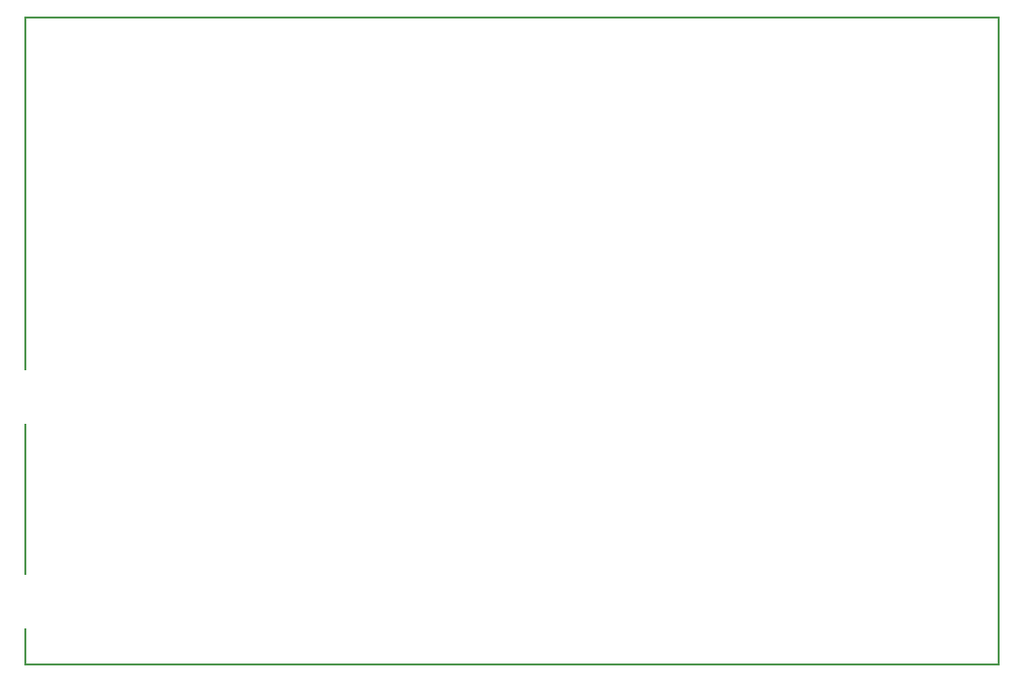
<source format=gbo>
G04 MADE WITH FRITZING*
G04 WWW.FRITZING.ORG*
G04 DOUBLE SIDED*
G04 HOLES PLATED*
G04 CONTOUR ON CENTER OF CONTOUR VECTOR*
%ASAXBY*%
%FSLAX23Y23*%
%MOIN*%
%OFA0B0*%
%SFA1.0B1.0*%
%ADD10R,0.001000X0.001000*%
%LNSILK0*%
G90*
G70*
G54D10*
X1Y2222D02*
X3333Y2222D01*
X1Y2221D02*
X3333Y2221D01*
X1Y2220D02*
X3333Y2220D01*
X1Y2219D02*
X3333Y2219D01*
X1Y2218D02*
X3333Y2218D01*
X1Y2217D02*
X3333Y2217D01*
X1Y2216D02*
X3333Y2216D01*
X1Y2215D02*
X3333Y2215D01*
X1Y2214D02*
X8Y2214D01*
X3326Y2214D02*
X3333Y2214D01*
X1Y2213D02*
X8Y2213D01*
X3326Y2213D02*
X3333Y2213D01*
X1Y2212D02*
X8Y2212D01*
X3326Y2212D02*
X3333Y2212D01*
X1Y2211D02*
X8Y2211D01*
X3326Y2211D02*
X3333Y2211D01*
X1Y2210D02*
X8Y2210D01*
X3326Y2210D02*
X3333Y2210D01*
X1Y2209D02*
X8Y2209D01*
X3326Y2209D02*
X3333Y2209D01*
X1Y2208D02*
X8Y2208D01*
X3326Y2208D02*
X3333Y2208D01*
X1Y2207D02*
X8Y2207D01*
X3326Y2207D02*
X3333Y2207D01*
X1Y2206D02*
X8Y2206D01*
X3326Y2206D02*
X3333Y2206D01*
X1Y2205D02*
X8Y2205D01*
X3326Y2205D02*
X3333Y2205D01*
X1Y2204D02*
X8Y2204D01*
X3326Y2204D02*
X3333Y2204D01*
X1Y2203D02*
X8Y2203D01*
X3326Y2203D02*
X3333Y2203D01*
X1Y2202D02*
X8Y2202D01*
X3326Y2202D02*
X3333Y2202D01*
X1Y2201D02*
X8Y2201D01*
X3326Y2201D02*
X3333Y2201D01*
X1Y2200D02*
X8Y2200D01*
X3326Y2200D02*
X3333Y2200D01*
X1Y2199D02*
X8Y2199D01*
X3326Y2199D02*
X3333Y2199D01*
X1Y2198D02*
X8Y2198D01*
X3326Y2198D02*
X3333Y2198D01*
X1Y2197D02*
X8Y2197D01*
X3326Y2197D02*
X3333Y2197D01*
X1Y2196D02*
X8Y2196D01*
X3326Y2196D02*
X3333Y2196D01*
X1Y2195D02*
X8Y2195D01*
X3326Y2195D02*
X3333Y2195D01*
X1Y2194D02*
X8Y2194D01*
X3326Y2194D02*
X3333Y2194D01*
X1Y2193D02*
X8Y2193D01*
X3326Y2193D02*
X3333Y2193D01*
X1Y2192D02*
X8Y2192D01*
X3326Y2192D02*
X3333Y2192D01*
X1Y2191D02*
X8Y2191D01*
X3326Y2191D02*
X3333Y2191D01*
X1Y2190D02*
X8Y2190D01*
X3326Y2190D02*
X3333Y2190D01*
X1Y2189D02*
X8Y2189D01*
X3326Y2189D02*
X3333Y2189D01*
X1Y2188D02*
X8Y2188D01*
X3326Y2188D02*
X3333Y2188D01*
X1Y2187D02*
X8Y2187D01*
X3326Y2187D02*
X3333Y2187D01*
X1Y2186D02*
X8Y2186D01*
X3326Y2186D02*
X3333Y2186D01*
X1Y2185D02*
X8Y2185D01*
X3326Y2185D02*
X3333Y2185D01*
X1Y2184D02*
X8Y2184D01*
X3326Y2184D02*
X3333Y2184D01*
X1Y2183D02*
X8Y2183D01*
X3326Y2183D02*
X3333Y2183D01*
X1Y2182D02*
X8Y2182D01*
X3326Y2182D02*
X3333Y2182D01*
X1Y2181D02*
X8Y2181D01*
X3326Y2181D02*
X3333Y2181D01*
X1Y2180D02*
X8Y2180D01*
X3326Y2180D02*
X3333Y2180D01*
X1Y2179D02*
X8Y2179D01*
X3326Y2179D02*
X3333Y2179D01*
X1Y2178D02*
X8Y2178D01*
X3326Y2178D02*
X3333Y2178D01*
X1Y2177D02*
X8Y2177D01*
X3326Y2177D02*
X3333Y2177D01*
X1Y2176D02*
X8Y2176D01*
X3326Y2176D02*
X3333Y2176D01*
X1Y2175D02*
X8Y2175D01*
X3326Y2175D02*
X3333Y2175D01*
X1Y2174D02*
X8Y2174D01*
X3326Y2174D02*
X3333Y2174D01*
X1Y2173D02*
X8Y2173D01*
X3326Y2173D02*
X3333Y2173D01*
X1Y2172D02*
X8Y2172D01*
X3326Y2172D02*
X3333Y2172D01*
X1Y2171D02*
X8Y2171D01*
X3326Y2171D02*
X3333Y2171D01*
X1Y2170D02*
X8Y2170D01*
X3326Y2170D02*
X3333Y2170D01*
X1Y2169D02*
X8Y2169D01*
X3326Y2169D02*
X3333Y2169D01*
X1Y2168D02*
X8Y2168D01*
X3326Y2168D02*
X3333Y2168D01*
X1Y2167D02*
X8Y2167D01*
X3326Y2167D02*
X3333Y2167D01*
X1Y2166D02*
X8Y2166D01*
X3326Y2166D02*
X3333Y2166D01*
X1Y2165D02*
X8Y2165D01*
X3326Y2165D02*
X3333Y2165D01*
X1Y2164D02*
X8Y2164D01*
X3326Y2164D02*
X3333Y2164D01*
X1Y2163D02*
X8Y2163D01*
X3326Y2163D02*
X3333Y2163D01*
X1Y2162D02*
X8Y2162D01*
X3326Y2162D02*
X3333Y2162D01*
X1Y2161D02*
X8Y2161D01*
X3326Y2161D02*
X3333Y2161D01*
X1Y2160D02*
X8Y2160D01*
X3326Y2160D02*
X3333Y2160D01*
X1Y2159D02*
X8Y2159D01*
X3326Y2159D02*
X3333Y2159D01*
X1Y2158D02*
X8Y2158D01*
X3326Y2158D02*
X3333Y2158D01*
X1Y2157D02*
X8Y2157D01*
X3326Y2157D02*
X3333Y2157D01*
X1Y2156D02*
X8Y2156D01*
X3326Y2156D02*
X3333Y2156D01*
X1Y2155D02*
X8Y2155D01*
X3326Y2155D02*
X3333Y2155D01*
X1Y2154D02*
X8Y2154D01*
X3326Y2154D02*
X3333Y2154D01*
X1Y2153D02*
X8Y2153D01*
X3326Y2153D02*
X3333Y2153D01*
X1Y2152D02*
X8Y2152D01*
X3326Y2152D02*
X3333Y2152D01*
X1Y2151D02*
X8Y2151D01*
X3326Y2151D02*
X3333Y2151D01*
X1Y2150D02*
X8Y2150D01*
X3326Y2150D02*
X3333Y2150D01*
X1Y2149D02*
X8Y2149D01*
X3326Y2149D02*
X3333Y2149D01*
X1Y2148D02*
X8Y2148D01*
X3326Y2148D02*
X3333Y2148D01*
X1Y2147D02*
X8Y2147D01*
X3326Y2147D02*
X3333Y2147D01*
X1Y2146D02*
X8Y2146D01*
X3326Y2146D02*
X3333Y2146D01*
X1Y2145D02*
X8Y2145D01*
X3326Y2145D02*
X3333Y2145D01*
X1Y2144D02*
X8Y2144D01*
X3326Y2144D02*
X3333Y2144D01*
X1Y2143D02*
X8Y2143D01*
X3326Y2143D02*
X3333Y2143D01*
X1Y2142D02*
X8Y2142D01*
X3326Y2142D02*
X3333Y2142D01*
X1Y2141D02*
X8Y2141D01*
X3326Y2141D02*
X3333Y2141D01*
X1Y2140D02*
X8Y2140D01*
X3326Y2140D02*
X3333Y2140D01*
X1Y2139D02*
X8Y2139D01*
X3326Y2139D02*
X3333Y2139D01*
X1Y2138D02*
X8Y2138D01*
X3326Y2138D02*
X3333Y2138D01*
X1Y2137D02*
X8Y2137D01*
X3326Y2137D02*
X3333Y2137D01*
X1Y2136D02*
X8Y2136D01*
X3326Y2136D02*
X3333Y2136D01*
X1Y2135D02*
X8Y2135D01*
X3326Y2135D02*
X3333Y2135D01*
X1Y2134D02*
X8Y2134D01*
X3326Y2134D02*
X3333Y2134D01*
X1Y2133D02*
X8Y2133D01*
X3326Y2133D02*
X3333Y2133D01*
X1Y2132D02*
X8Y2132D01*
X3326Y2132D02*
X3333Y2132D01*
X1Y2131D02*
X8Y2131D01*
X3326Y2131D02*
X3333Y2131D01*
X1Y2130D02*
X8Y2130D01*
X3326Y2130D02*
X3333Y2130D01*
X1Y2129D02*
X8Y2129D01*
X3326Y2129D02*
X3333Y2129D01*
X1Y2128D02*
X8Y2128D01*
X3326Y2128D02*
X3333Y2128D01*
X1Y2127D02*
X8Y2127D01*
X3326Y2127D02*
X3333Y2127D01*
X1Y2126D02*
X8Y2126D01*
X3326Y2126D02*
X3333Y2126D01*
X1Y2125D02*
X8Y2125D01*
X3326Y2125D02*
X3333Y2125D01*
X1Y2124D02*
X8Y2124D01*
X3326Y2124D02*
X3333Y2124D01*
X1Y2123D02*
X8Y2123D01*
X3326Y2123D02*
X3333Y2123D01*
X1Y2122D02*
X8Y2122D01*
X3326Y2122D02*
X3333Y2122D01*
X1Y2121D02*
X8Y2121D01*
X3326Y2121D02*
X3333Y2121D01*
X1Y2120D02*
X8Y2120D01*
X3326Y2120D02*
X3333Y2120D01*
X1Y2119D02*
X8Y2119D01*
X3326Y2119D02*
X3333Y2119D01*
X1Y2118D02*
X8Y2118D01*
X3326Y2118D02*
X3333Y2118D01*
X1Y2117D02*
X8Y2117D01*
X3326Y2117D02*
X3333Y2117D01*
X1Y2116D02*
X8Y2116D01*
X3326Y2116D02*
X3333Y2116D01*
X1Y2115D02*
X8Y2115D01*
X3326Y2115D02*
X3333Y2115D01*
X1Y2114D02*
X8Y2114D01*
X3326Y2114D02*
X3333Y2114D01*
X1Y2113D02*
X8Y2113D01*
X3326Y2113D02*
X3333Y2113D01*
X1Y2112D02*
X8Y2112D01*
X3326Y2112D02*
X3333Y2112D01*
X1Y2111D02*
X8Y2111D01*
X3326Y2111D02*
X3333Y2111D01*
X1Y2110D02*
X8Y2110D01*
X3326Y2110D02*
X3333Y2110D01*
X1Y2109D02*
X8Y2109D01*
X3326Y2109D02*
X3333Y2109D01*
X1Y2108D02*
X8Y2108D01*
X3326Y2108D02*
X3333Y2108D01*
X1Y2107D02*
X8Y2107D01*
X3326Y2107D02*
X3333Y2107D01*
X1Y2106D02*
X8Y2106D01*
X3326Y2106D02*
X3333Y2106D01*
X1Y2105D02*
X8Y2105D01*
X3326Y2105D02*
X3333Y2105D01*
X1Y2104D02*
X8Y2104D01*
X3326Y2104D02*
X3333Y2104D01*
X1Y2103D02*
X8Y2103D01*
X3326Y2103D02*
X3333Y2103D01*
X1Y2102D02*
X8Y2102D01*
X3326Y2102D02*
X3333Y2102D01*
X1Y2101D02*
X8Y2101D01*
X3326Y2101D02*
X3333Y2101D01*
X1Y2100D02*
X8Y2100D01*
X3326Y2100D02*
X3333Y2100D01*
X1Y2099D02*
X8Y2099D01*
X3326Y2099D02*
X3333Y2099D01*
X1Y2098D02*
X8Y2098D01*
X3326Y2098D02*
X3333Y2098D01*
X1Y2097D02*
X8Y2097D01*
X3326Y2097D02*
X3333Y2097D01*
X1Y2096D02*
X8Y2096D01*
X3326Y2096D02*
X3333Y2096D01*
X1Y2095D02*
X8Y2095D01*
X3326Y2095D02*
X3333Y2095D01*
X1Y2094D02*
X8Y2094D01*
X3326Y2094D02*
X3333Y2094D01*
X1Y2093D02*
X8Y2093D01*
X3326Y2093D02*
X3333Y2093D01*
X1Y2092D02*
X8Y2092D01*
X3326Y2092D02*
X3333Y2092D01*
X1Y2091D02*
X8Y2091D01*
X3326Y2091D02*
X3333Y2091D01*
X1Y2090D02*
X8Y2090D01*
X3326Y2090D02*
X3333Y2090D01*
X1Y2089D02*
X8Y2089D01*
X3326Y2089D02*
X3333Y2089D01*
X1Y2088D02*
X8Y2088D01*
X3326Y2088D02*
X3333Y2088D01*
X1Y2087D02*
X8Y2087D01*
X3326Y2087D02*
X3333Y2087D01*
X1Y2086D02*
X8Y2086D01*
X3326Y2086D02*
X3333Y2086D01*
X1Y2085D02*
X8Y2085D01*
X3326Y2085D02*
X3333Y2085D01*
X1Y2084D02*
X8Y2084D01*
X3326Y2084D02*
X3333Y2084D01*
X1Y2083D02*
X8Y2083D01*
X3326Y2083D02*
X3333Y2083D01*
X1Y2082D02*
X8Y2082D01*
X3326Y2082D02*
X3333Y2082D01*
X1Y2081D02*
X8Y2081D01*
X3326Y2081D02*
X3333Y2081D01*
X1Y2080D02*
X8Y2080D01*
X3326Y2080D02*
X3333Y2080D01*
X1Y2079D02*
X8Y2079D01*
X3326Y2079D02*
X3333Y2079D01*
X1Y2078D02*
X8Y2078D01*
X3326Y2078D02*
X3333Y2078D01*
X1Y2077D02*
X8Y2077D01*
X3326Y2077D02*
X3333Y2077D01*
X1Y2076D02*
X8Y2076D01*
X3326Y2076D02*
X3333Y2076D01*
X1Y2075D02*
X8Y2075D01*
X3326Y2075D02*
X3333Y2075D01*
X1Y2074D02*
X8Y2074D01*
X3326Y2074D02*
X3333Y2074D01*
X1Y2073D02*
X8Y2073D01*
X3326Y2073D02*
X3333Y2073D01*
X1Y2072D02*
X8Y2072D01*
X3326Y2072D02*
X3333Y2072D01*
X1Y2071D02*
X8Y2071D01*
X3326Y2071D02*
X3333Y2071D01*
X1Y2070D02*
X8Y2070D01*
X3326Y2070D02*
X3333Y2070D01*
X1Y2069D02*
X8Y2069D01*
X3326Y2069D02*
X3333Y2069D01*
X1Y2068D02*
X8Y2068D01*
X3326Y2068D02*
X3333Y2068D01*
X1Y2067D02*
X8Y2067D01*
X3326Y2067D02*
X3333Y2067D01*
X1Y2066D02*
X8Y2066D01*
X3326Y2066D02*
X3333Y2066D01*
X1Y2065D02*
X8Y2065D01*
X3326Y2065D02*
X3333Y2065D01*
X1Y2064D02*
X8Y2064D01*
X3326Y2064D02*
X3333Y2064D01*
X1Y2063D02*
X8Y2063D01*
X3326Y2063D02*
X3333Y2063D01*
X1Y2062D02*
X8Y2062D01*
X3326Y2062D02*
X3333Y2062D01*
X1Y2061D02*
X8Y2061D01*
X3326Y2061D02*
X3333Y2061D01*
X1Y2060D02*
X8Y2060D01*
X3326Y2060D02*
X3333Y2060D01*
X1Y2059D02*
X8Y2059D01*
X3326Y2059D02*
X3333Y2059D01*
X1Y2058D02*
X8Y2058D01*
X3326Y2058D02*
X3333Y2058D01*
X1Y2057D02*
X8Y2057D01*
X3326Y2057D02*
X3333Y2057D01*
X1Y2056D02*
X8Y2056D01*
X3326Y2056D02*
X3333Y2056D01*
X1Y2055D02*
X8Y2055D01*
X3326Y2055D02*
X3333Y2055D01*
X1Y2054D02*
X8Y2054D01*
X3326Y2054D02*
X3333Y2054D01*
X1Y2053D02*
X8Y2053D01*
X3326Y2053D02*
X3333Y2053D01*
X1Y2052D02*
X8Y2052D01*
X3326Y2052D02*
X3333Y2052D01*
X1Y2051D02*
X8Y2051D01*
X3326Y2051D02*
X3333Y2051D01*
X1Y2050D02*
X8Y2050D01*
X3326Y2050D02*
X3333Y2050D01*
X1Y2049D02*
X8Y2049D01*
X3326Y2049D02*
X3333Y2049D01*
X1Y2048D02*
X8Y2048D01*
X3326Y2048D02*
X3333Y2048D01*
X1Y2047D02*
X8Y2047D01*
X3326Y2047D02*
X3333Y2047D01*
X1Y2046D02*
X8Y2046D01*
X3326Y2046D02*
X3333Y2046D01*
X1Y2045D02*
X8Y2045D01*
X3326Y2045D02*
X3333Y2045D01*
X1Y2044D02*
X8Y2044D01*
X3326Y2044D02*
X3333Y2044D01*
X1Y2043D02*
X8Y2043D01*
X3326Y2043D02*
X3333Y2043D01*
X1Y2042D02*
X8Y2042D01*
X3326Y2042D02*
X3333Y2042D01*
X1Y2041D02*
X8Y2041D01*
X3326Y2041D02*
X3333Y2041D01*
X1Y2040D02*
X8Y2040D01*
X3326Y2040D02*
X3333Y2040D01*
X1Y2039D02*
X8Y2039D01*
X3326Y2039D02*
X3333Y2039D01*
X1Y2038D02*
X8Y2038D01*
X3326Y2038D02*
X3333Y2038D01*
X1Y2037D02*
X8Y2037D01*
X3326Y2037D02*
X3333Y2037D01*
X1Y2036D02*
X8Y2036D01*
X3326Y2036D02*
X3333Y2036D01*
X1Y2035D02*
X8Y2035D01*
X3326Y2035D02*
X3333Y2035D01*
X1Y2034D02*
X8Y2034D01*
X3326Y2034D02*
X3333Y2034D01*
X1Y2033D02*
X8Y2033D01*
X3326Y2033D02*
X3333Y2033D01*
X1Y2032D02*
X8Y2032D01*
X3326Y2032D02*
X3333Y2032D01*
X1Y2031D02*
X8Y2031D01*
X3326Y2031D02*
X3333Y2031D01*
X1Y2030D02*
X8Y2030D01*
X3326Y2030D02*
X3333Y2030D01*
X1Y2029D02*
X8Y2029D01*
X3326Y2029D02*
X3333Y2029D01*
X1Y2028D02*
X8Y2028D01*
X3326Y2028D02*
X3333Y2028D01*
X1Y2027D02*
X8Y2027D01*
X3326Y2027D02*
X3333Y2027D01*
X1Y2026D02*
X8Y2026D01*
X3326Y2026D02*
X3333Y2026D01*
X1Y2025D02*
X8Y2025D01*
X3326Y2025D02*
X3333Y2025D01*
X1Y2024D02*
X8Y2024D01*
X3326Y2024D02*
X3333Y2024D01*
X1Y2023D02*
X8Y2023D01*
X3326Y2023D02*
X3333Y2023D01*
X1Y2022D02*
X8Y2022D01*
X3326Y2022D02*
X3333Y2022D01*
X1Y2021D02*
X8Y2021D01*
X3326Y2021D02*
X3333Y2021D01*
X1Y2020D02*
X8Y2020D01*
X3326Y2020D02*
X3333Y2020D01*
X1Y2019D02*
X8Y2019D01*
X3326Y2019D02*
X3333Y2019D01*
X1Y2018D02*
X8Y2018D01*
X3326Y2018D02*
X3333Y2018D01*
X1Y2017D02*
X8Y2017D01*
X3326Y2017D02*
X3333Y2017D01*
X1Y2016D02*
X8Y2016D01*
X3326Y2016D02*
X3333Y2016D01*
X1Y2015D02*
X8Y2015D01*
X3326Y2015D02*
X3333Y2015D01*
X1Y2014D02*
X8Y2014D01*
X3326Y2014D02*
X3333Y2014D01*
X1Y2013D02*
X8Y2013D01*
X3326Y2013D02*
X3333Y2013D01*
X1Y2012D02*
X8Y2012D01*
X3326Y2012D02*
X3333Y2012D01*
X1Y2011D02*
X8Y2011D01*
X3326Y2011D02*
X3333Y2011D01*
X1Y2010D02*
X8Y2010D01*
X3326Y2010D02*
X3333Y2010D01*
X1Y2009D02*
X8Y2009D01*
X3326Y2009D02*
X3333Y2009D01*
X1Y2008D02*
X8Y2008D01*
X3326Y2008D02*
X3333Y2008D01*
X1Y2007D02*
X8Y2007D01*
X3326Y2007D02*
X3333Y2007D01*
X1Y2006D02*
X8Y2006D01*
X3326Y2006D02*
X3333Y2006D01*
X1Y2005D02*
X8Y2005D01*
X3326Y2005D02*
X3333Y2005D01*
X1Y2004D02*
X8Y2004D01*
X3326Y2004D02*
X3333Y2004D01*
X1Y2003D02*
X8Y2003D01*
X3326Y2003D02*
X3333Y2003D01*
X1Y2002D02*
X8Y2002D01*
X3326Y2002D02*
X3333Y2002D01*
X1Y2001D02*
X8Y2001D01*
X3326Y2001D02*
X3333Y2001D01*
X1Y2000D02*
X8Y2000D01*
X3326Y2000D02*
X3333Y2000D01*
X1Y1999D02*
X8Y1999D01*
X3326Y1999D02*
X3333Y1999D01*
X1Y1998D02*
X8Y1998D01*
X3326Y1998D02*
X3333Y1998D01*
X1Y1997D02*
X8Y1997D01*
X3326Y1997D02*
X3333Y1997D01*
X1Y1996D02*
X8Y1996D01*
X3326Y1996D02*
X3333Y1996D01*
X1Y1995D02*
X8Y1995D01*
X3326Y1995D02*
X3333Y1995D01*
X1Y1994D02*
X8Y1994D01*
X3326Y1994D02*
X3333Y1994D01*
X1Y1993D02*
X8Y1993D01*
X3326Y1993D02*
X3333Y1993D01*
X1Y1992D02*
X8Y1992D01*
X3326Y1992D02*
X3333Y1992D01*
X1Y1991D02*
X8Y1991D01*
X3326Y1991D02*
X3333Y1991D01*
X1Y1990D02*
X8Y1990D01*
X3326Y1990D02*
X3333Y1990D01*
X1Y1989D02*
X8Y1989D01*
X3326Y1989D02*
X3333Y1989D01*
X1Y1988D02*
X8Y1988D01*
X3326Y1988D02*
X3333Y1988D01*
X1Y1987D02*
X8Y1987D01*
X3326Y1987D02*
X3333Y1987D01*
X1Y1986D02*
X8Y1986D01*
X3326Y1986D02*
X3333Y1986D01*
X1Y1985D02*
X8Y1985D01*
X3326Y1985D02*
X3333Y1985D01*
X1Y1984D02*
X8Y1984D01*
X3326Y1984D02*
X3333Y1984D01*
X1Y1983D02*
X8Y1983D01*
X3326Y1983D02*
X3333Y1983D01*
X1Y1982D02*
X8Y1982D01*
X3326Y1982D02*
X3333Y1982D01*
X1Y1981D02*
X8Y1981D01*
X3326Y1981D02*
X3333Y1981D01*
X1Y1980D02*
X8Y1980D01*
X3326Y1980D02*
X3333Y1980D01*
X1Y1979D02*
X8Y1979D01*
X3326Y1979D02*
X3333Y1979D01*
X1Y1978D02*
X8Y1978D01*
X3326Y1978D02*
X3333Y1978D01*
X1Y1977D02*
X8Y1977D01*
X3326Y1977D02*
X3333Y1977D01*
X1Y1976D02*
X8Y1976D01*
X3326Y1976D02*
X3333Y1976D01*
X1Y1975D02*
X8Y1975D01*
X3326Y1975D02*
X3333Y1975D01*
X1Y1974D02*
X8Y1974D01*
X3326Y1974D02*
X3333Y1974D01*
X1Y1973D02*
X8Y1973D01*
X3326Y1973D02*
X3333Y1973D01*
X1Y1972D02*
X8Y1972D01*
X3326Y1972D02*
X3333Y1972D01*
X1Y1971D02*
X8Y1971D01*
X3326Y1971D02*
X3333Y1971D01*
X1Y1970D02*
X8Y1970D01*
X3326Y1970D02*
X3333Y1970D01*
X1Y1969D02*
X8Y1969D01*
X3326Y1969D02*
X3333Y1969D01*
X1Y1968D02*
X8Y1968D01*
X3326Y1968D02*
X3333Y1968D01*
X1Y1967D02*
X8Y1967D01*
X3326Y1967D02*
X3333Y1967D01*
X1Y1966D02*
X8Y1966D01*
X3326Y1966D02*
X3333Y1966D01*
X1Y1965D02*
X8Y1965D01*
X3326Y1965D02*
X3333Y1965D01*
X1Y1964D02*
X8Y1964D01*
X3326Y1964D02*
X3333Y1964D01*
X1Y1963D02*
X8Y1963D01*
X3326Y1963D02*
X3333Y1963D01*
X1Y1962D02*
X8Y1962D01*
X3326Y1962D02*
X3333Y1962D01*
X1Y1961D02*
X8Y1961D01*
X3326Y1961D02*
X3333Y1961D01*
X1Y1960D02*
X8Y1960D01*
X3326Y1960D02*
X3333Y1960D01*
X1Y1959D02*
X8Y1959D01*
X3326Y1959D02*
X3333Y1959D01*
X1Y1958D02*
X8Y1958D01*
X3326Y1958D02*
X3333Y1958D01*
X1Y1957D02*
X8Y1957D01*
X3326Y1957D02*
X3333Y1957D01*
X1Y1956D02*
X8Y1956D01*
X3326Y1956D02*
X3333Y1956D01*
X1Y1955D02*
X8Y1955D01*
X3326Y1955D02*
X3333Y1955D01*
X1Y1954D02*
X8Y1954D01*
X3326Y1954D02*
X3333Y1954D01*
X1Y1953D02*
X8Y1953D01*
X3326Y1953D02*
X3333Y1953D01*
X1Y1952D02*
X8Y1952D01*
X3326Y1952D02*
X3333Y1952D01*
X1Y1951D02*
X8Y1951D01*
X3326Y1951D02*
X3333Y1951D01*
X1Y1950D02*
X8Y1950D01*
X3326Y1950D02*
X3333Y1950D01*
X1Y1949D02*
X8Y1949D01*
X3326Y1949D02*
X3333Y1949D01*
X1Y1948D02*
X8Y1948D01*
X3326Y1948D02*
X3333Y1948D01*
X1Y1947D02*
X8Y1947D01*
X3326Y1947D02*
X3333Y1947D01*
X1Y1946D02*
X8Y1946D01*
X3326Y1946D02*
X3333Y1946D01*
X1Y1945D02*
X8Y1945D01*
X3326Y1945D02*
X3333Y1945D01*
X1Y1944D02*
X8Y1944D01*
X3326Y1944D02*
X3333Y1944D01*
X1Y1943D02*
X8Y1943D01*
X3326Y1943D02*
X3333Y1943D01*
X1Y1942D02*
X8Y1942D01*
X3326Y1942D02*
X3333Y1942D01*
X1Y1941D02*
X8Y1941D01*
X3326Y1941D02*
X3333Y1941D01*
X1Y1940D02*
X8Y1940D01*
X3326Y1940D02*
X3333Y1940D01*
X1Y1939D02*
X8Y1939D01*
X3326Y1939D02*
X3333Y1939D01*
X1Y1938D02*
X8Y1938D01*
X3326Y1938D02*
X3333Y1938D01*
X1Y1937D02*
X8Y1937D01*
X3326Y1937D02*
X3333Y1937D01*
X1Y1936D02*
X8Y1936D01*
X3326Y1936D02*
X3333Y1936D01*
X1Y1935D02*
X8Y1935D01*
X3326Y1935D02*
X3333Y1935D01*
X1Y1934D02*
X8Y1934D01*
X3326Y1934D02*
X3333Y1934D01*
X1Y1933D02*
X8Y1933D01*
X3326Y1933D02*
X3333Y1933D01*
X1Y1932D02*
X8Y1932D01*
X3326Y1932D02*
X3333Y1932D01*
X1Y1931D02*
X8Y1931D01*
X3326Y1931D02*
X3333Y1931D01*
X1Y1930D02*
X8Y1930D01*
X3326Y1930D02*
X3333Y1930D01*
X1Y1929D02*
X8Y1929D01*
X3326Y1929D02*
X3333Y1929D01*
X1Y1928D02*
X8Y1928D01*
X3326Y1928D02*
X3333Y1928D01*
X1Y1927D02*
X8Y1927D01*
X3326Y1927D02*
X3333Y1927D01*
X1Y1926D02*
X8Y1926D01*
X3326Y1926D02*
X3333Y1926D01*
X1Y1925D02*
X8Y1925D01*
X3326Y1925D02*
X3333Y1925D01*
X1Y1924D02*
X8Y1924D01*
X3326Y1924D02*
X3333Y1924D01*
X1Y1923D02*
X8Y1923D01*
X3326Y1923D02*
X3333Y1923D01*
X1Y1922D02*
X8Y1922D01*
X3326Y1922D02*
X3333Y1922D01*
X1Y1921D02*
X8Y1921D01*
X3326Y1921D02*
X3333Y1921D01*
X1Y1920D02*
X8Y1920D01*
X3326Y1920D02*
X3333Y1920D01*
X1Y1919D02*
X8Y1919D01*
X3326Y1919D02*
X3333Y1919D01*
X1Y1918D02*
X8Y1918D01*
X3326Y1918D02*
X3333Y1918D01*
X1Y1917D02*
X8Y1917D01*
X3326Y1917D02*
X3333Y1917D01*
X1Y1916D02*
X8Y1916D01*
X3326Y1916D02*
X3333Y1916D01*
X1Y1915D02*
X8Y1915D01*
X3326Y1915D02*
X3333Y1915D01*
X1Y1914D02*
X8Y1914D01*
X3326Y1914D02*
X3333Y1914D01*
X1Y1913D02*
X8Y1913D01*
X3326Y1913D02*
X3333Y1913D01*
X1Y1912D02*
X8Y1912D01*
X3326Y1912D02*
X3333Y1912D01*
X1Y1911D02*
X8Y1911D01*
X3326Y1911D02*
X3333Y1911D01*
X1Y1910D02*
X8Y1910D01*
X3326Y1910D02*
X3333Y1910D01*
X1Y1909D02*
X8Y1909D01*
X3326Y1909D02*
X3333Y1909D01*
X1Y1908D02*
X8Y1908D01*
X3326Y1908D02*
X3333Y1908D01*
X1Y1907D02*
X8Y1907D01*
X3326Y1907D02*
X3333Y1907D01*
X1Y1906D02*
X8Y1906D01*
X3326Y1906D02*
X3333Y1906D01*
X1Y1905D02*
X8Y1905D01*
X3326Y1905D02*
X3333Y1905D01*
X1Y1904D02*
X8Y1904D01*
X3326Y1904D02*
X3333Y1904D01*
X1Y1903D02*
X8Y1903D01*
X3326Y1903D02*
X3333Y1903D01*
X1Y1902D02*
X8Y1902D01*
X3326Y1902D02*
X3333Y1902D01*
X1Y1901D02*
X8Y1901D01*
X3326Y1901D02*
X3333Y1901D01*
X1Y1900D02*
X8Y1900D01*
X3326Y1900D02*
X3333Y1900D01*
X1Y1899D02*
X8Y1899D01*
X3326Y1899D02*
X3333Y1899D01*
X1Y1898D02*
X8Y1898D01*
X3326Y1898D02*
X3333Y1898D01*
X1Y1897D02*
X8Y1897D01*
X3326Y1897D02*
X3333Y1897D01*
X1Y1896D02*
X8Y1896D01*
X3326Y1896D02*
X3333Y1896D01*
X1Y1895D02*
X8Y1895D01*
X3326Y1895D02*
X3333Y1895D01*
X1Y1894D02*
X8Y1894D01*
X3326Y1894D02*
X3333Y1894D01*
X1Y1893D02*
X8Y1893D01*
X3326Y1893D02*
X3333Y1893D01*
X1Y1892D02*
X8Y1892D01*
X3326Y1892D02*
X3333Y1892D01*
X1Y1891D02*
X8Y1891D01*
X3326Y1891D02*
X3333Y1891D01*
X1Y1890D02*
X8Y1890D01*
X3326Y1890D02*
X3333Y1890D01*
X1Y1889D02*
X8Y1889D01*
X3326Y1889D02*
X3333Y1889D01*
X1Y1888D02*
X8Y1888D01*
X3326Y1888D02*
X3333Y1888D01*
X1Y1887D02*
X8Y1887D01*
X3326Y1887D02*
X3333Y1887D01*
X1Y1886D02*
X8Y1886D01*
X3326Y1886D02*
X3333Y1886D01*
X1Y1885D02*
X8Y1885D01*
X3326Y1885D02*
X3333Y1885D01*
X1Y1884D02*
X8Y1884D01*
X3326Y1884D02*
X3333Y1884D01*
X1Y1883D02*
X8Y1883D01*
X3326Y1883D02*
X3333Y1883D01*
X1Y1882D02*
X8Y1882D01*
X3326Y1882D02*
X3333Y1882D01*
X1Y1881D02*
X8Y1881D01*
X3326Y1881D02*
X3333Y1881D01*
X1Y1880D02*
X8Y1880D01*
X3326Y1880D02*
X3333Y1880D01*
X1Y1879D02*
X8Y1879D01*
X3326Y1879D02*
X3333Y1879D01*
X1Y1878D02*
X8Y1878D01*
X3326Y1878D02*
X3333Y1878D01*
X1Y1877D02*
X8Y1877D01*
X3326Y1877D02*
X3333Y1877D01*
X1Y1876D02*
X8Y1876D01*
X3326Y1876D02*
X3333Y1876D01*
X1Y1875D02*
X8Y1875D01*
X3326Y1875D02*
X3333Y1875D01*
X1Y1874D02*
X8Y1874D01*
X3326Y1874D02*
X3333Y1874D01*
X1Y1873D02*
X8Y1873D01*
X3326Y1873D02*
X3333Y1873D01*
X1Y1872D02*
X8Y1872D01*
X3326Y1872D02*
X3333Y1872D01*
X1Y1871D02*
X8Y1871D01*
X3326Y1871D02*
X3333Y1871D01*
X1Y1870D02*
X8Y1870D01*
X3326Y1870D02*
X3333Y1870D01*
X1Y1869D02*
X8Y1869D01*
X3326Y1869D02*
X3333Y1869D01*
X1Y1868D02*
X8Y1868D01*
X3326Y1868D02*
X3333Y1868D01*
X1Y1867D02*
X8Y1867D01*
X3326Y1867D02*
X3333Y1867D01*
X1Y1866D02*
X8Y1866D01*
X3326Y1866D02*
X3333Y1866D01*
X1Y1865D02*
X8Y1865D01*
X3326Y1865D02*
X3333Y1865D01*
X1Y1864D02*
X8Y1864D01*
X3326Y1864D02*
X3333Y1864D01*
X1Y1863D02*
X8Y1863D01*
X3326Y1863D02*
X3333Y1863D01*
X1Y1862D02*
X8Y1862D01*
X3326Y1862D02*
X3333Y1862D01*
X1Y1861D02*
X8Y1861D01*
X3326Y1861D02*
X3333Y1861D01*
X1Y1860D02*
X8Y1860D01*
X3326Y1860D02*
X3333Y1860D01*
X1Y1859D02*
X8Y1859D01*
X3326Y1859D02*
X3333Y1859D01*
X1Y1858D02*
X8Y1858D01*
X3326Y1858D02*
X3333Y1858D01*
X1Y1857D02*
X8Y1857D01*
X3326Y1857D02*
X3333Y1857D01*
X1Y1856D02*
X8Y1856D01*
X3326Y1856D02*
X3333Y1856D01*
X1Y1855D02*
X8Y1855D01*
X3326Y1855D02*
X3333Y1855D01*
X1Y1854D02*
X8Y1854D01*
X3326Y1854D02*
X3333Y1854D01*
X1Y1853D02*
X8Y1853D01*
X3326Y1853D02*
X3333Y1853D01*
X1Y1852D02*
X8Y1852D01*
X3326Y1852D02*
X3333Y1852D01*
X1Y1851D02*
X8Y1851D01*
X3326Y1851D02*
X3333Y1851D01*
X1Y1850D02*
X8Y1850D01*
X3326Y1850D02*
X3333Y1850D01*
X1Y1849D02*
X8Y1849D01*
X3326Y1849D02*
X3333Y1849D01*
X1Y1848D02*
X8Y1848D01*
X3326Y1848D02*
X3333Y1848D01*
X1Y1847D02*
X8Y1847D01*
X3326Y1847D02*
X3333Y1847D01*
X1Y1846D02*
X8Y1846D01*
X3326Y1846D02*
X3333Y1846D01*
X1Y1845D02*
X8Y1845D01*
X3326Y1845D02*
X3333Y1845D01*
X1Y1844D02*
X8Y1844D01*
X3326Y1844D02*
X3333Y1844D01*
X1Y1843D02*
X8Y1843D01*
X3326Y1843D02*
X3333Y1843D01*
X1Y1842D02*
X8Y1842D01*
X3326Y1842D02*
X3333Y1842D01*
X1Y1841D02*
X8Y1841D01*
X3326Y1841D02*
X3333Y1841D01*
X1Y1840D02*
X8Y1840D01*
X3326Y1840D02*
X3333Y1840D01*
X1Y1839D02*
X8Y1839D01*
X3326Y1839D02*
X3333Y1839D01*
X1Y1838D02*
X8Y1838D01*
X3326Y1838D02*
X3333Y1838D01*
X1Y1837D02*
X8Y1837D01*
X3326Y1837D02*
X3333Y1837D01*
X1Y1836D02*
X8Y1836D01*
X3326Y1836D02*
X3333Y1836D01*
X1Y1835D02*
X8Y1835D01*
X3326Y1835D02*
X3333Y1835D01*
X1Y1834D02*
X8Y1834D01*
X3326Y1834D02*
X3333Y1834D01*
X1Y1833D02*
X8Y1833D01*
X3326Y1833D02*
X3333Y1833D01*
X1Y1832D02*
X8Y1832D01*
X3326Y1832D02*
X3333Y1832D01*
X1Y1831D02*
X8Y1831D01*
X3326Y1831D02*
X3333Y1831D01*
X1Y1830D02*
X8Y1830D01*
X3326Y1830D02*
X3333Y1830D01*
X1Y1829D02*
X8Y1829D01*
X3326Y1829D02*
X3333Y1829D01*
X1Y1828D02*
X8Y1828D01*
X3326Y1828D02*
X3333Y1828D01*
X1Y1827D02*
X8Y1827D01*
X3326Y1827D02*
X3333Y1827D01*
X1Y1826D02*
X8Y1826D01*
X3326Y1826D02*
X3333Y1826D01*
X1Y1825D02*
X8Y1825D01*
X3326Y1825D02*
X3333Y1825D01*
X1Y1824D02*
X8Y1824D01*
X3326Y1824D02*
X3333Y1824D01*
X1Y1823D02*
X8Y1823D01*
X3326Y1823D02*
X3333Y1823D01*
X1Y1822D02*
X8Y1822D01*
X3326Y1822D02*
X3333Y1822D01*
X1Y1821D02*
X8Y1821D01*
X3326Y1821D02*
X3333Y1821D01*
X1Y1820D02*
X8Y1820D01*
X3326Y1820D02*
X3333Y1820D01*
X1Y1819D02*
X8Y1819D01*
X3326Y1819D02*
X3333Y1819D01*
X1Y1818D02*
X8Y1818D01*
X3326Y1818D02*
X3333Y1818D01*
X1Y1817D02*
X8Y1817D01*
X3326Y1817D02*
X3333Y1817D01*
X1Y1816D02*
X8Y1816D01*
X3326Y1816D02*
X3333Y1816D01*
X1Y1815D02*
X8Y1815D01*
X3326Y1815D02*
X3333Y1815D01*
X1Y1814D02*
X8Y1814D01*
X3326Y1814D02*
X3333Y1814D01*
X1Y1813D02*
X8Y1813D01*
X3326Y1813D02*
X3333Y1813D01*
X1Y1812D02*
X8Y1812D01*
X3326Y1812D02*
X3333Y1812D01*
X1Y1811D02*
X8Y1811D01*
X3326Y1811D02*
X3333Y1811D01*
X1Y1810D02*
X8Y1810D01*
X3326Y1810D02*
X3333Y1810D01*
X1Y1809D02*
X8Y1809D01*
X3326Y1809D02*
X3333Y1809D01*
X1Y1808D02*
X8Y1808D01*
X3326Y1808D02*
X3333Y1808D01*
X1Y1807D02*
X8Y1807D01*
X3326Y1807D02*
X3333Y1807D01*
X1Y1806D02*
X8Y1806D01*
X3326Y1806D02*
X3333Y1806D01*
X1Y1805D02*
X8Y1805D01*
X3326Y1805D02*
X3333Y1805D01*
X1Y1804D02*
X8Y1804D01*
X3326Y1804D02*
X3333Y1804D01*
X1Y1803D02*
X8Y1803D01*
X3326Y1803D02*
X3333Y1803D01*
X1Y1802D02*
X8Y1802D01*
X3326Y1802D02*
X3333Y1802D01*
X1Y1801D02*
X8Y1801D01*
X3326Y1801D02*
X3333Y1801D01*
X1Y1800D02*
X8Y1800D01*
X3326Y1800D02*
X3333Y1800D01*
X1Y1799D02*
X8Y1799D01*
X3326Y1799D02*
X3333Y1799D01*
X1Y1798D02*
X8Y1798D01*
X3326Y1798D02*
X3333Y1798D01*
X1Y1797D02*
X8Y1797D01*
X3326Y1797D02*
X3333Y1797D01*
X1Y1796D02*
X8Y1796D01*
X3326Y1796D02*
X3333Y1796D01*
X1Y1795D02*
X8Y1795D01*
X3326Y1795D02*
X3333Y1795D01*
X1Y1794D02*
X8Y1794D01*
X3326Y1794D02*
X3333Y1794D01*
X1Y1793D02*
X8Y1793D01*
X3326Y1793D02*
X3333Y1793D01*
X1Y1792D02*
X8Y1792D01*
X3326Y1792D02*
X3333Y1792D01*
X1Y1791D02*
X8Y1791D01*
X3326Y1791D02*
X3333Y1791D01*
X1Y1790D02*
X8Y1790D01*
X3326Y1790D02*
X3333Y1790D01*
X1Y1789D02*
X8Y1789D01*
X3326Y1789D02*
X3333Y1789D01*
X1Y1788D02*
X8Y1788D01*
X3326Y1788D02*
X3333Y1788D01*
X1Y1787D02*
X8Y1787D01*
X3326Y1787D02*
X3333Y1787D01*
X1Y1786D02*
X8Y1786D01*
X3326Y1786D02*
X3333Y1786D01*
X1Y1785D02*
X8Y1785D01*
X3326Y1785D02*
X3333Y1785D01*
X1Y1784D02*
X8Y1784D01*
X3326Y1784D02*
X3333Y1784D01*
X1Y1783D02*
X8Y1783D01*
X3326Y1783D02*
X3333Y1783D01*
X1Y1782D02*
X8Y1782D01*
X3326Y1782D02*
X3333Y1782D01*
X1Y1781D02*
X8Y1781D01*
X3326Y1781D02*
X3333Y1781D01*
X1Y1780D02*
X8Y1780D01*
X3326Y1780D02*
X3333Y1780D01*
X1Y1779D02*
X8Y1779D01*
X3326Y1779D02*
X3333Y1779D01*
X1Y1778D02*
X8Y1778D01*
X3326Y1778D02*
X3333Y1778D01*
X1Y1777D02*
X8Y1777D01*
X3326Y1777D02*
X3333Y1777D01*
X1Y1776D02*
X8Y1776D01*
X3326Y1776D02*
X3333Y1776D01*
X1Y1775D02*
X8Y1775D01*
X3326Y1775D02*
X3333Y1775D01*
X1Y1774D02*
X8Y1774D01*
X3326Y1774D02*
X3333Y1774D01*
X1Y1773D02*
X8Y1773D01*
X3326Y1773D02*
X3333Y1773D01*
X1Y1772D02*
X8Y1772D01*
X3326Y1772D02*
X3333Y1772D01*
X1Y1771D02*
X8Y1771D01*
X3326Y1771D02*
X3333Y1771D01*
X1Y1770D02*
X8Y1770D01*
X3326Y1770D02*
X3333Y1770D01*
X1Y1769D02*
X8Y1769D01*
X3326Y1769D02*
X3333Y1769D01*
X1Y1768D02*
X8Y1768D01*
X3326Y1768D02*
X3333Y1768D01*
X1Y1767D02*
X8Y1767D01*
X3326Y1767D02*
X3333Y1767D01*
X1Y1766D02*
X8Y1766D01*
X3326Y1766D02*
X3333Y1766D01*
X1Y1765D02*
X8Y1765D01*
X3326Y1765D02*
X3333Y1765D01*
X1Y1764D02*
X8Y1764D01*
X3326Y1764D02*
X3333Y1764D01*
X1Y1763D02*
X8Y1763D01*
X3326Y1763D02*
X3333Y1763D01*
X1Y1762D02*
X8Y1762D01*
X3326Y1762D02*
X3333Y1762D01*
X1Y1761D02*
X8Y1761D01*
X3326Y1761D02*
X3333Y1761D01*
X1Y1760D02*
X8Y1760D01*
X3326Y1760D02*
X3333Y1760D01*
X1Y1759D02*
X8Y1759D01*
X3326Y1759D02*
X3333Y1759D01*
X1Y1758D02*
X8Y1758D01*
X3326Y1758D02*
X3333Y1758D01*
X1Y1757D02*
X8Y1757D01*
X3326Y1757D02*
X3333Y1757D01*
X1Y1756D02*
X8Y1756D01*
X3326Y1756D02*
X3333Y1756D01*
X1Y1755D02*
X8Y1755D01*
X3326Y1755D02*
X3333Y1755D01*
X1Y1754D02*
X8Y1754D01*
X3326Y1754D02*
X3333Y1754D01*
X1Y1753D02*
X8Y1753D01*
X3326Y1753D02*
X3333Y1753D01*
X1Y1752D02*
X8Y1752D01*
X3326Y1752D02*
X3333Y1752D01*
X1Y1751D02*
X8Y1751D01*
X3326Y1751D02*
X3333Y1751D01*
X1Y1750D02*
X8Y1750D01*
X3326Y1750D02*
X3333Y1750D01*
X1Y1749D02*
X8Y1749D01*
X3326Y1749D02*
X3333Y1749D01*
X1Y1748D02*
X8Y1748D01*
X3326Y1748D02*
X3333Y1748D01*
X1Y1747D02*
X8Y1747D01*
X3326Y1747D02*
X3333Y1747D01*
X1Y1746D02*
X8Y1746D01*
X3326Y1746D02*
X3333Y1746D01*
X1Y1745D02*
X8Y1745D01*
X3326Y1745D02*
X3333Y1745D01*
X1Y1744D02*
X8Y1744D01*
X3326Y1744D02*
X3333Y1744D01*
X1Y1743D02*
X8Y1743D01*
X3326Y1743D02*
X3333Y1743D01*
X1Y1742D02*
X8Y1742D01*
X3326Y1742D02*
X3333Y1742D01*
X1Y1741D02*
X8Y1741D01*
X3326Y1741D02*
X3333Y1741D01*
X1Y1740D02*
X8Y1740D01*
X3326Y1740D02*
X3333Y1740D01*
X1Y1739D02*
X8Y1739D01*
X3326Y1739D02*
X3333Y1739D01*
X1Y1738D02*
X8Y1738D01*
X3326Y1738D02*
X3333Y1738D01*
X1Y1737D02*
X8Y1737D01*
X3326Y1737D02*
X3333Y1737D01*
X1Y1736D02*
X8Y1736D01*
X3326Y1736D02*
X3333Y1736D01*
X1Y1735D02*
X8Y1735D01*
X3326Y1735D02*
X3333Y1735D01*
X1Y1734D02*
X8Y1734D01*
X3326Y1734D02*
X3333Y1734D01*
X1Y1733D02*
X8Y1733D01*
X3326Y1733D02*
X3333Y1733D01*
X1Y1732D02*
X8Y1732D01*
X3326Y1732D02*
X3333Y1732D01*
X1Y1731D02*
X8Y1731D01*
X3326Y1731D02*
X3333Y1731D01*
X1Y1730D02*
X8Y1730D01*
X3326Y1730D02*
X3333Y1730D01*
X1Y1729D02*
X8Y1729D01*
X3326Y1729D02*
X3333Y1729D01*
X1Y1728D02*
X8Y1728D01*
X3326Y1728D02*
X3333Y1728D01*
X1Y1727D02*
X8Y1727D01*
X3326Y1727D02*
X3333Y1727D01*
X1Y1726D02*
X8Y1726D01*
X3326Y1726D02*
X3333Y1726D01*
X1Y1725D02*
X8Y1725D01*
X3326Y1725D02*
X3333Y1725D01*
X1Y1724D02*
X8Y1724D01*
X3326Y1724D02*
X3333Y1724D01*
X1Y1723D02*
X8Y1723D01*
X3326Y1723D02*
X3333Y1723D01*
X1Y1722D02*
X8Y1722D01*
X3326Y1722D02*
X3333Y1722D01*
X1Y1721D02*
X8Y1721D01*
X3326Y1721D02*
X3333Y1721D01*
X1Y1720D02*
X8Y1720D01*
X3326Y1720D02*
X3333Y1720D01*
X1Y1719D02*
X8Y1719D01*
X3326Y1719D02*
X3333Y1719D01*
X1Y1718D02*
X8Y1718D01*
X3326Y1718D02*
X3333Y1718D01*
X1Y1717D02*
X8Y1717D01*
X3326Y1717D02*
X3333Y1717D01*
X1Y1716D02*
X8Y1716D01*
X3326Y1716D02*
X3333Y1716D01*
X1Y1715D02*
X8Y1715D01*
X3326Y1715D02*
X3333Y1715D01*
X1Y1714D02*
X8Y1714D01*
X3326Y1714D02*
X3333Y1714D01*
X1Y1713D02*
X8Y1713D01*
X3326Y1713D02*
X3333Y1713D01*
X1Y1712D02*
X8Y1712D01*
X3326Y1712D02*
X3333Y1712D01*
X1Y1711D02*
X8Y1711D01*
X3326Y1711D02*
X3333Y1711D01*
X1Y1710D02*
X8Y1710D01*
X3326Y1710D02*
X3333Y1710D01*
X1Y1709D02*
X8Y1709D01*
X3326Y1709D02*
X3333Y1709D01*
X1Y1708D02*
X8Y1708D01*
X3326Y1708D02*
X3333Y1708D01*
X1Y1707D02*
X8Y1707D01*
X3326Y1707D02*
X3333Y1707D01*
X1Y1706D02*
X8Y1706D01*
X3326Y1706D02*
X3333Y1706D01*
X1Y1705D02*
X8Y1705D01*
X3326Y1705D02*
X3333Y1705D01*
X1Y1704D02*
X8Y1704D01*
X3326Y1704D02*
X3333Y1704D01*
X1Y1703D02*
X8Y1703D01*
X3326Y1703D02*
X3333Y1703D01*
X1Y1702D02*
X8Y1702D01*
X3326Y1702D02*
X3333Y1702D01*
X1Y1701D02*
X8Y1701D01*
X3326Y1701D02*
X3333Y1701D01*
X1Y1700D02*
X8Y1700D01*
X3326Y1700D02*
X3333Y1700D01*
X1Y1699D02*
X8Y1699D01*
X3326Y1699D02*
X3333Y1699D01*
X1Y1698D02*
X8Y1698D01*
X3326Y1698D02*
X3333Y1698D01*
X1Y1697D02*
X8Y1697D01*
X3326Y1697D02*
X3333Y1697D01*
X1Y1696D02*
X8Y1696D01*
X3326Y1696D02*
X3333Y1696D01*
X1Y1695D02*
X8Y1695D01*
X3326Y1695D02*
X3333Y1695D01*
X1Y1694D02*
X8Y1694D01*
X3326Y1694D02*
X3333Y1694D01*
X1Y1693D02*
X8Y1693D01*
X3326Y1693D02*
X3333Y1693D01*
X1Y1692D02*
X8Y1692D01*
X3326Y1692D02*
X3333Y1692D01*
X1Y1691D02*
X8Y1691D01*
X3326Y1691D02*
X3333Y1691D01*
X1Y1690D02*
X8Y1690D01*
X3326Y1690D02*
X3333Y1690D01*
X1Y1689D02*
X8Y1689D01*
X3326Y1689D02*
X3333Y1689D01*
X1Y1688D02*
X8Y1688D01*
X3326Y1688D02*
X3333Y1688D01*
X1Y1687D02*
X8Y1687D01*
X3326Y1687D02*
X3333Y1687D01*
X1Y1686D02*
X8Y1686D01*
X3326Y1686D02*
X3333Y1686D01*
X1Y1685D02*
X8Y1685D01*
X3326Y1685D02*
X3333Y1685D01*
X1Y1684D02*
X8Y1684D01*
X3326Y1684D02*
X3333Y1684D01*
X1Y1683D02*
X8Y1683D01*
X3326Y1683D02*
X3333Y1683D01*
X1Y1682D02*
X8Y1682D01*
X3326Y1682D02*
X3333Y1682D01*
X1Y1681D02*
X8Y1681D01*
X3326Y1681D02*
X3333Y1681D01*
X1Y1680D02*
X8Y1680D01*
X3326Y1680D02*
X3333Y1680D01*
X1Y1679D02*
X8Y1679D01*
X3326Y1679D02*
X3333Y1679D01*
X1Y1678D02*
X8Y1678D01*
X3326Y1678D02*
X3333Y1678D01*
X1Y1677D02*
X8Y1677D01*
X3326Y1677D02*
X3333Y1677D01*
X1Y1676D02*
X8Y1676D01*
X3326Y1676D02*
X3333Y1676D01*
X1Y1675D02*
X8Y1675D01*
X3326Y1675D02*
X3333Y1675D01*
X1Y1674D02*
X8Y1674D01*
X3326Y1674D02*
X3333Y1674D01*
X1Y1673D02*
X8Y1673D01*
X3326Y1673D02*
X3333Y1673D01*
X1Y1672D02*
X8Y1672D01*
X3326Y1672D02*
X3333Y1672D01*
X1Y1671D02*
X8Y1671D01*
X3326Y1671D02*
X3333Y1671D01*
X1Y1670D02*
X8Y1670D01*
X3326Y1670D02*
X3333Y1670D01*
X1Y1669D02*
X8Y1669D01*
X3326Y1669D02*
X3333Y1669D01*
X1Y1668D02*
X8Y1668D01*
X3326Y1668D02*
X3333Y1668D01*
X1Y1667D02*
X8Y1667D01*
X3326Y1667D02*
X3333Y1667D01*
X1Y1666D02*
X8Y1666D01*
X3326Y1666D02*
X3333Y1666D01*
X1Y1665D02*
X8Y1665D01*
X3326Y1665D02*
X3333Y1665D01*
X1Y1664D02*
X8Y1664D01*
X3326Y1664D02*
X3333Y1664D01*
X1Y1663D02*
X8Y1663D01*
X3326Y1663D02*
X3333Y1663D01*
X1Y1662D02*
X8Y1662D01*
X3326Y1662D02*
X3333Y1662D01*
X1Y1661D02*
X8Y1661D01*
X3326Y1661D02*
X3333Y1661D01*
X1Y1660D02*
X8Y1660D01*
X3326Y1660D02*
X3333Y1660D01*
X1Y1659D02*
X8Y1659D01*
X3326Y1659D02*
X3333Y1659D01*
X1Y1658D02*
X8Y1658D01*
X3326Y1658D02*
X3333Y1658D01*
X1Y1657D02*
X8Y1657D01*
X3326Y1657D02*
X3333Y1657D01*
X1Y1656D02*
X8Y1656D01*
X3326Y1656D02*
X3333Y1656D01*
X1Y1655D02*
X8Y1655D01*
X3326Y1655D02*
X3333Y1655D01*
X1Y1654D02*
X8Y1654D01*
X3326Y1654D02*
X3333Y1654D01*
X1Y1653D02*
X8Y1653D01*
X3326Y1653D02*
X3333Y1653D01*
X1Y1652D02*
X8Y1652D01*
X3326Y1652D02*
X3333Y1652D01*
X1Y1651D02*
X8Y1651D01*
X3326Y1651D02*
X3333Y1651D01*
X1Y1650D02*
X8Y1650D01*
X3326Y1650D02*
X3333Y1650D01*
X1Y1649D02*
X8Y1649D01*
X3326Y1649D02*
X3333Y1649D01*
X1Y1648D02*
X8Y1648D01*
X3326Y1648D02*
X3333Y1648D01*
X1Y1647D02*
X8Y1647D01*
X3326Y1647D02*
X3333Y1647D01*
X1Y1646D02*
X8Y1646D01*
X3326Y1646D02*
X3333Y1646D01*
X1Y1645D02*
X8Y1645D01*
X3326Y1645D02*
X3333Y1645D01*
X1Y1644D02*
X8Y1644D01*
X3326Y1644D02*
X3333Y1644D01*
X1Y1643D02*
X8Y1643D01*
X3326Y1643D02*
X3333Y1643D01*
X1Y1642D02*
X8Y1642D01*
X3326Y1642D02*
X3333Y1642D01*
X1Y1641D02*
X8Y1641D01*
X3326Y1641D02*
X3333Y1641D01*
X1Y1640D02*
X8Y1640D01*
X3326Y1640D02*
X3333Y1640D01*
X1Y1639D02*
X8Y1639D01*
X3326Y1639D02*
X3333Y1639D01*
X1Y1638D02*
X8Y1638D01*
X3326Y1638D02*
X3333Y1638D01*
X1Y1637D02*
X8Y1637D01*
X3326Y1637D02*
X3333Y1637D01*
X1Y1636D02*
X8Y1636D01*
X3326Y1636D02*
X3333Y1636D01*
X1Y1635D02*
X8Y1635D01*
X3326Y1635D02*
X3333Y1635D01*
X1Y1634D02*
X8Y1634D01*
X3326Y1634D02*
X3333Y1634D01*
X1Y1633D02*
X8Y1633D01*
X3326Y1633D02*
X3333Y1633D01*
X1Y1632D02*
X8Y1632D01*
X3326Y1632D02*
X3333Y1632D01*
X1Y1631D02*
X8Y1631D01*
X3326Y1631D02*
X3333Y1631D01*
X1Y1630D02*
X8Y1630D01*
X3326Y1630D02*
X3333Y1630D01*
X1Y1629D02*
X8Y1629D01*
X3326Y1629D02*
X3333Y1629D01*
X1Y1628D02*
X8Y1628D01*
X3326Y1628D02*
X3333Y1628D01*
X1Y1627D02*
X8Y1627D01*
X3326Y1627D02*
X3333Y1627D01*
X1Y1626D02*
X8Y1626D01*
X3326Y1626D02*
X3333Y1626D01*
X1Y1625D02*
X8Y1625D01*
X3326Y1625D02*
X3333Y1625D01*
X1Y1624D02*
X8Y1624D01*
X3326Y1624D02*
X3333Y1624D01*
X1Y1623D02*
X8Y1623D01*
X3326Y1623D02*
X3333Y1623D01*
X1Y1622D02*
X8Y1622D01*
X3326Y1622D02*
X3333Y1622D01*
X1Y1621D02*
X8Y1621D01*
X3326Y1621D02*
X3333Y1621D01*
X1Y1620D02*
X8Y1620D01*
X3326Y1620D02*
X3333Y1620D01*
X1Y1619D02*
X8Y1619D01*
X3326Y1619D02*
X3333Y1619D01*
X1Y1618D02*
X8Y1618D01*
X3326Y1618D02*
X3333Y1618D01*
X1Y1617D02*
X8Y1617D01*
X3326Y1617D02*
X3333Y1617D01*
X1Y1616D02*
X8Y1616D01*
X3326Y1616D02*
X3333Y1616D01*
X1Y1615D02*
X8Y1615D01*
X3326Y1615D02*
X3333Y1615D01*
X1Y1614D02*
X8Y1614D01*
X3326Y1614D02*
X3333Y1614D01*
X1Y1613D02*
X8Y1613D01*
X3326Y1613D02*
X3333Y1613D01*
X1Y1612D02*
X8Y1612D01*
X3326Y1612D02*
X3333Y1612D01*
X1Y1611D02*
X8Y1611D01*
X3326Y1611D02*
X3333Y1611D01*
X1Y1610D02*
X8Y1610D01*
X3326Y1610D02*
X3333Y1610D01*
X1Y1609D02*
X8Y1609D01*
X3326Y1609D02*
X3333Y1609D01*
X1Y1608D02*
X8Y1608D01*
X3326Y1608D02*
X3333Y1608D01*
X1Y1607D02*
X8Y1607D01*
X3326Y1607D02*
X3333Y1607D01*
X1Y1606D02*
X8Y1606D01*
X3326Y1606D02*
X3333Y1606D01*
X1Y1605D02*
X8Y1605D01*
X3326Y1605D02*
X3333Y1605D01*
X1Y1604D02*
X8Y1604D01*
X3326Y1604D02*
X3333Y1604D01*
X1Y1603D02*
X8Y1603D01*
X3326Y1603D02*
X3333Y1603D01*
X1Y1602D02*
X8Y1602D01*
X3326Y1602D02*
X3333Y1602D01*
X1Y1601D02*
X8Y1601D01*
X3326Y1601D02*
X3333Y1601D01*
X1Y1600D02*
X8Y1600D01*
X3326Y1600D02*
X3333Y1600D01*
X1Y1599D02*
X8Y1599D01*
X3326Y1599D02*
X3333Y1599D01*
X1Y1598D02*
X8Y1598D01*
X3326Y1598D02*
X3333Y1598D01*
X1Y1597D02*
X8Y1597D01*
X3326Y1597D02*
X3333Y1597D01*
X1Y1596D02*
X8Y1596D01*
X3326Y1596D02*
X3333Y1596D01*
X1Y1595D02*
X8Y1595D01*
X3326Y1595D02*
X3333Y1595D01*
X1Y1594D02*
X8Y1594D01*
X3326Y1594D02*
X3333Y1594D01*
X1Y1593D02*
X8Y1593D01*
X3326Y1593D02*
X3333Y1593D01*
X1Y1592D02*
X8Y1592D01*
X3326Y1592D02*
X3333Y1592D01*
X1Y1591D02*
X8Y1591D01*
X3326Y1591D02*
X3333Y1591D01*
X1Y1590D02*
X8Y1590D01*
X3326Y1590D02*
X3333Y1590D01*
X1Y1589D02*
X8Y1589D01*
X3326Y1589D02*
X3333Y1589D01*
X1Y1588D02*
X8Y1588D01*
X3326Y1588D02*
X3333Y1588D01*
X1Y1587D02*
X8Y1587D01*
X3326Y1587D02*
X3333Y1587D01*
X1Y1586D02*
X8Y1586D01*
X3326Y1586D02*
X3333Y1586D01*
X1Y1585D02*
X8Y1585D01*
X3326Y1585D02*
X3333Y1585D01*
X1Y1584D02*
X8Y1584D01*
X3326Y1584D02*
X3333Y1584D01*
X1Y1583D02*
X8Y1583D01*
X3326Y1583D02*
X3333Y1583D01*
X1Y1582D02*
X8Y1582D01*
X3326Y1582D02*
X3333Y1582D01*
X1Y1581D02*
X8Y1581D01*
X3326Y1581D02*
X3333Y1581D01*
X1Y1580D02*
X8Y1580D01*
X3326Y1580D02*
X3333Y1580D01*
X1Y1579D02*
X8Y1579D01*
X3326Y1579D02*
X3333Y1579D01*
X1Y1578D02*
X8Y1578D01*
X3326Y1578D02*
X3333Y1578D01*
X1Y1577D02*
X8Y1577D01*
X3326Y1577D02*
X3333Y1577D01*
X1Y1576D02*
X8Y1576D01*
X3326Y1576D02*
X3333Y1576D01*
X1Y1575D02*
X8Y1575D01*
X3326Y1575D02*
X3333Y1575D01*
X1Y1574D02*
X8Y1574D01*
X3326Y1574D02*
X3333Y1574D01*
X1Y1573D02*
X8Y1573D01*
X3326Y1573D02*
X3333Y1573D01*
X1Y1572D02*
X8Y1572D01*
X3326Y1572D02*
X3333Y1572D01*
X1Y1571D02*
X8Y1571D01*
X3326Y1571D02*
X3333Y1571D01*
X1Y1570D02*
X8Y1570D01*
X3326Y1570D02*
X3333Y1570D01*
X1Y1569D02*
X8Y1569D01*
X3326Y1569D02*
X3333Y1569D01*
X1Y1568D02*
X8Y1568D01*
X3326Y1568D02*
X3333Y1568D01*
X1Y1567D02*
X8Y1567D01*
X3326Y1567D02*
X3333Y1567D01*
X1Y1566D02*
X8Y1566D01*
X3326Y1566D02*
X3333Y1566D01*
X1Y1565D02*
X8Y1565D01*
X3326Y1565D02*
X3333Y1565D01*
X1Y1564D02*
X8Y1564D01*
X3326Y1564D02*
X3333Y1564D01*
X1Y1563D02*
X8Y1563D01*
X3326Y1563D02*
X3333Y1563D01*
X1Y1562D02*
X8Y1562D01*
X3326Y1562D02*
X3333Y1562D01*
X1Y1561D02*
X8Y1561D01*
X3326Y1561D02*
X3333Y1561D01*
X1Y1560D02*
X8Y1560D01*
X3326Y1560D02*
X3333Y1560D01*
X1Y1559D02*
X8Y1559D01*
X3326Y1559D02*
X3333Y1559D01*
X1Y1558D02*
X8Y1558D01*
X3326Y1558D02*
X3333Y1558D01*
X1Y1557D02*
X8Y1557D01*
X3326Y1557D02*
X3333Y1557D01*
X1Y1556D02*
X8Y1556D01*
X3326Y1556D02*
X3333Y1556D01*
X1Y1555D02*
X8Y1555D01*
X3326Y1555D02*
X3333Y1555D01*
X1Y1554D02*
X8Y1554D01*
X3326Y1554D02*
X3333Y1554D01*
X1Y1553D02*
X8Y1553D01*
X3326Y1553D02*
X3333Y1553D01*
X1Y1552D02*
X8Y1552D01*
X3326Y1552D02*
X3333Y1552D01*
X1Y1551D02*
X8Y1551D01*
X3326Y1551D02*
X3333Y1551D01*
X1Y1550D02*
X8Y1550D01*
X3326Y1550D02*
X3333Y1550D01*
X1Y1549D02*
X8Y1549D01*
X3326Y1549D02*
X3333Y1549D01*
X1Y1548D02*
X8Y1548D01*
X3326Y1548D02*
X3333Y1548D01*
X1Y1547D02*
X8Y1547D01*
X3326Y1547D02*
X3333Y1547D01*
X1Y1546D02*
X8Y1546D01*
X3326Y1546D02*
X3333Y1546D01*
X1Y1545D02*
X8Y1545D01*
X3326Y1545D02*
X3333Y1545D01*
X1Y1544D02*
X8Y1544D01*
X3326Y1544D02*
X3333Y1544D01*
X1Y1543D02*
X8Y1543D01*
X3326Y1543D02*
X3333Y1543D01*
X1Y1542D02*
X8Y1542D01*
X3326Y1542D02*
X3333Y1542D01*
X1Y1541D02*
X8Y1541D01*
X3326Y1541D02*
X3333Y1541D01*
X1Y1540D02*
X8Y1540D01*
X3326Y1540D02*
X3333Y1540D01*
X1Y1539D02*
X8Y1539D01*
X3326Y1539D02*
X3333Y1539D01*
X1Y1538D02*
X8Y1538D01*
X3326Y1538D02*
X3333Y1538D01*
X1Y1537D02*
X8Y1537D01*
X3326Y1537D02*
X3333Y1537D01*
X1Y1536D02*
X8Y1536D01*
X3326Y1536D02*
X3333Y1536D01*
X1Y1535D02*
X8Y1535D01*
X3326Y1535D02*
X3333Y1535D01*
X1Y1534D02*
X8Y1534D01*
X3326Y1534D02*
X3333Y1534D01*
X1Y1533D02*
X8Y1533D01*
X3326Y1533D02*
X3333Y1533D01*
X1Y1532D02*
X8Y1532D01*
X3326Y1532D02*
X3333Y1532D01*
X1Y1531D02*
X8Y1531D01*
X3326Y1531D02*
X3333Y1531D01*
X1Y1530D02*
X8Y1530D01*
X3326Y1530D02*
X3333Y1530D01*
X1Y1529D02*
X8Y1529D01*
X3326Y1529D02*
X3333Y1529D01*
X1Y1528D02*
X8Y1528D01*
X3326Y1528D02*
X3333Y1528D01*
X1Y1527D02*
X8Y1527D01*
X3326Y1527D02*
X3333Y1527D01*
X1Y1526D02*
X8Y1526D01*
X3326Y1526D02*
X3333Y1526D01*
X1Y1525D02*
X8Y1525D01*
X3326Y1525D02*
X3333Y1525D01*
X1Y1524D02*
X8Y1524D01*
X3326Y1524D02*
X3333Y1524D01*
X1Y1523D02*
X8Y1523D01*
X3326Y1523D02*
X3333Y1523D01*
X1Y1522D02*
X8Y1522D01*
X3326Y1522D02*
X3333Y1522D01*
X1Y1521D02*
X8Y1521D01*
X3326Y1521D02*
X3333Y1521D01*
X1Y1520D02*
X8Y1520D01*
X3326Y1520D02*
X3333Y1520D01*
X1Y1519D02*
X8Y1519D01*
X3326Y1519D02*
X3333Y1519D01*
X1Y1518D02*
X8Y1518D01*
X3326Y1518D02*
X3333Y1518D01*
X1Y1517D02*
X8Y1517D01*
X3326Y1517D02*
X3333Y1517D01*
X1Y1516D02*
X8Y1516D01*
X3326Y1516D02*
X3333Y1516D01*
X1Y1515D02*
X8Y1515D01*
X3326Y1515D02*
X3333Y1515D01*
X1Y1514D02*
X8Y1514D01*
X3326Y1514D02*
X3333Y1514D01*
X1Y1513D02*
X8Y1513D01*
X3326Y1513D02*
X3333Y1513D01*
X1Y1512D02*
X8Y1512D01*
X3326Y1512D02*
X3333Y1512D01*
X1Y1511D02*
X8Y1511D01*
X3326Y1511D02*
X3333Y1511D01*
X1Y1510D02*
X8Y1510D01*
X3326Y1510D02*
X3333Y1510D01*
X1Y1509D02*
X8Y1509D01*
X3326Y1509D02*
X3333Y1509D01*
X1Y1508D02*
X8Y1508D01*
X3326Y1508D02*
X3333Y1508D01*
X1Y1507D02*
X8Y1507D01*
X3326Y1507D02*
X3333Y1507D01*
X1Y1506D02*
X8Y1506D01*
X3326Y1506D02*
X3333Y1506D01*
X1Y1505D02*
X8Y1505D01*
X3326Y1505D02*
X3333Y1505D01*
X1Y1504D02*
X8Y1504D01*
X3326Y1504D02*
X3333Y1504D01*
X1Y1503D02*
X8Y1503D01*
X3326Y1503D02*
X3333Y1503D01*
X1Y1502D02*
X8Y1502D01*
X3326Y1502D02*
X3333Y1502D01*
X1Y1501D02*
X8Y1501D01*
X3326Y1501D02*
X3333Y1501D01*
X1Y1500D02*
X8Y1500D01*
X3326Y1500D02*
X3333Y1500D01*
X1Y1499D02*
X8Y1499D01*
X3326Y1499D02*
X3333Y1499D01*
X1Y1498D02*
X8Y1498D01*
X3326Y1498D02*
X3333Y1498D01*
X1Y1497D02*
X8Y1497D01*
X3326Y1497D02*
X3333Y1497D01*
X1Y1496D02*
X8Y1496D01*
X3326Y1496D02*
X3333Y1496D01*
X1Y1495D02*
X8Y1495D01*
X3326Y1495D02*
X3333Y1495D01*
X1Y1494D02*
X8Y1494D01*
X3326Y1494D02*
X3333Y1494D01*
X1Y1493D02*
X8Y1493D01*
X3326Y1493D02*
X3333Y1493D01*
X1Y1492D02*
X8Y1492D01*
X3326Y1492D02*
X3333Y1492D01*
X1Y1491D02*
X8Y1491D01*
X3326Y1491D02*
X3333Y1491D01*
X1Y1490D02*
X8Y1490D01*
X3326Y1490D02*
X3333Y1490D01*
X1Y1489D02*
X8Y1489D01*
X3326Y1489D02*
X3333Y1489D01*
X1Y1488D02*
X8Y1488D01*
X3326Y1488D02*
X3333Y1488D01*
X1Y1487D02*
X8Y1487D01*
X3326Y1487D02*
X3333Y1487D01*
X1Y1486D02*
X8Y1486D01*
X3326Y1486D02*
X3333Y1486D01*
X1Y1485D02*
X8Y1485D01*
X3326Y1485D02*
X3333Y1485D01*
X1Y1484D02*
X8Y1484D01*
X3326Y1484D02*
X3333Y1484D01*
X1Y1483D02*
X8Y1483D01*
X3326Y1483D02*
X3333Y1483D01*
X1Y1482D02*
X8Y1482D01*
X3326Y1482D02*
X3333Y1482D01*
X1Y1481D02*
X8Y1481D01*
X3326Y1481D02*
X3333Y1481D01*
X1Y1480D02*
X8Y1480D01*
X3326Y1480D02*
X3333Y1480D01*
X1Y1479D02*
X8Y1479D01*
X3326Y1479D02*
X3333Y1479D01*
X1Y1478D02*
X8Y1478D01*
X3326Y1478D02*
X3333Y1478D01*
X1Y1477D02*
X8Y1477D01*
X3326Y1477D02*
X3333Y1477D01*
X1Y1476D02*
X8Y1476D01*
X3326Y1476D02*
X3333Y1476D01*
X1Y1475D02*
X8Y1475D01*
X3326Y1475D02*
X3333Y1475D01*
X1Y1474D02*
X8Y1474D01*
X3326Y1474D02*
X3333Y1474D01*
X1Y1473D02*
X8Y1473D01*
X3326Y1473D02*
X3333Y1473D01*
X1Y1472D02*
X8Y1472D01*
X3326Y1472D02*
X3333Y1472D01*
X1Y1471D02*
X8Y1471D01*
X3326Y1471D02*
X3333Y1471D01*
X1Y1470D02*
X8Y1470D01*
X3326Y1470D02*
X3333Y1470D01*
X1Y1469D02*
X8Y1469D01*
X3326Y1469D02*
X3333Y1469D01*
X1Y1468D02*
X8Y1468D01*
X3326Y1468D02*
X3333Y1468D01*
X1Y1467D02*
X8Y1467D01*
X3326Y1467D02*
X3333Y1467D01*
X1Y1466D02*
X8Y1466D01*
X3326Y1466D02*
X3333Y1466D01*
X1Y1465D02*
X8Y1465D01*
X3326Y1465D02*
X3333Y1465D01*
X1Y1464D02*
X8Y1464D01*
X3326Y1464D02*
X3333Y1464D01*
X1Y1463D02*
X8Y1463D01*
X3326Y1463D02*
X3333Y1463D01*
X1Y1462D02*
X8Y1462D01*
X3326Y1462D02*
X3333Y1462D01*
X1Y1461D02*
X8Y1461D01*
X3326Y1461D02*
X3333Y1461D01*
X1Y1460D02*
X8Y1460D01*
X3326Y1460D02*
X3333Y1460D01*
X1Y1459D02*
X8Y1459D01*
X3326Y1459D02*
X3333Y1459D01*
X1Y1458D02*
X8Y1458D01*
X3326Y1458D02*
X3333Y1458D01*
X1Y1457D02*
X8Y1457D01*
X3326Y1457D02*
X3333Y1457D01*
X1Y1456D02*
X8Y1456D01*
X3326Y1456D02*
X3333Y1456D01*
X1Y1455D02*
X8Y1455D01*
X3326Y1455D02*
X3333Y1455D01*
X1Y1454D02*
X8Y1454D01*
X3326Y1454D02*
X3333Y1454D01*
X1Y1453D02*
X8Y1453D01*
X3326Y1453D02*
X3333Y1453D01*
X1Y1452D02*
X8Y1452D01*
X3326Y1452D02*
X3333Y1452D01*
X1Y1451D02*
X8Y1451D01*
X3326Y1451D02*
X3333Y1451D01*
X1Y1450D02*
X8Y1450D01*
X3326Y1450D02*
X3333Y1450D01*
X1Y1449D02*
X8Y1449D01*
X3326Y1449D02*
X3333Y1449D01*
X1Y1448D02*
X8Y1448D01*
X3326Y1448D02*
X3333Y1448D01*
X1Y1447D02*
X8Y1447D01*
X3326Y1447D02*
X3333Y1447D01*
X1Y1446D02*
X8Y1446D01*
X3326Y1446D02*
X3333Y1446D01*
X1Y1445D02*
X8Y1445D01*
X3326Y1445D02*
X3333Y1445D01*
X1Y1444D02*
X8Y1444D01*
X3326Y1444D02*
X3333Y1444D01*
X1Y1443D02*
X8Y1443D01*
X3326Y1443D02*
X3333Y1443D01*
X1Y1442D02*
X8Y1442D01*
X3326Y1442D02*
X3333Y1442D01*
X1Y1441D02*
X8Y1441D01*
X3326Y1441D02*
X3333Y1441D01*
X1Y1440D02*
X8Y1440D01*
X3326Y1440D02*
X3333Y1440D01*
X1Y1439D02*
X8Y1439D01*
X3326Y1439D02*
X3333Y1439D01*
X1Y1438D02*
X8Y1438D01*
X3326Y1438D02*
X3333Y1438D01*
X1Y1437D02*
X8Y1437D01*
X3326Y1437D02*
X3333Y1437D01*
X1Y1436D02*
X8Y1436D01*
X3326Y1436D02*
X3333Y1436D01*
X1Y1435D02*
X8Y1435D01*
X3326Y1435D02*
X3333Y1435D01*
X1Y1434D02*
X8Y1434D01*
X3326Y1434D02*
X3333Y1434D01*
X1Y1433D02*
X8Y1433D01*
X3326Y1433D02*
X3333Y1433D01*
X1Y1432D02*
X8Y1432D01*
X3326Y1432D02*
X3333Y1432D01*
X1Y1431D02*
X8Y1431D01*
X3326Y1431D02*
X3333Y1431D01*
X1Y1430D02*
X8Y1430D01*
X3326Y1430D02*
X3333Y1430D01*
X1Y1429D02*
X8Y1429D01*
X3326Y1429D02*
X3333Y1429D01*
X1Y1428D02*
X8Y1428D01*
X3326Y1428D02*
X3333Y1428D01*
X1Y1427D02*
X8Y1427D01*
X3326Y1427D02*
X3333Y1427D01*
X1Y1426D02*
X8Y1426D01*
X3326Y1426D02*
X3333Y1426D01*
X1Y1425D02*
X8Y1425D01*
X3326Y1425D02*
X3333Y1425D01*
X1Y1424D02*
X8Y1424D01*
X3326Y1424D02*
X3333Y1424D01*
X1Y1423D02*
X8Y1423D01*
X3326Y1423D02*
X3333Y1423D01*
X1Y1422D02*
X8Y1422D01*
X3326Y1422D02*
X3333Y1422D01*
X1Y1421D02*
X8Y1421D01*
X3326Y1421D02*
X3333Y1421D01*
X1Y1420D02*
X8Y1420D01*
X3326Y1420D02*
X3333Y1420D01*
X1Y1419D02*
X8Y1419D01*
X3326Y1419D02*
X3333Y1419D01*
X1Y1418D02*
X8Y1418D01*
X3326Y1418D02*
X3333Y1418D01*
X1Y1417D02*
X8Y1417D01*
X3326Y1417D02*
X3333Y1417D01*
X1Y1416D02*
X8Y1416D01*
X3326Y1416D02*
X3333Y1416D01*
X1Y1415D02*
X8Y1415D01*
X3326Y1415D02*
X3333Y1415D01*
X1Y1414D02*
X8Y1414D01*
X3326Y1414D02*
X3333Y1414D01*
X1Y1413D02*
X8Y1413D01*
X3326Y1413D02*
X3333Y1413D01*
X1Y1412D02*
X8Y1412D01*
X3326Y1412D02*
X3333Y1412D01*
X1Y1411D02*
X8Y1411D01*
X3326Y1411D02*
X3333Y1411D01*
X1Y1410D02*
X8Y1410D01*
X3326Y1410D02*
X3333Y1410D01*
X1Y1409D02*
X8Y1409D01*
X3326Y1409D02*
X3333Y1409D01*
X1Y1408D02*
X8Y1408D01*
X3326Y1408D02*
X3333Y1408D01*
X1Y1407D02*
X8Y1407D01*
X3326Y1407D02*
X3333Y1407D01*
X1Y1406D02*
X8Y1406D01*
X3326Y1406D02*
X3333Y1406D01*
X1Y1405D02*
X8Y1405D01*
X3326Y1405D02*
X3333Y1405D01*
X1Y1404D02*
X8Y1404D01*
X3326Y1404D02*
X3333Y1404D01*
X1Y1403D02*
X8Y1403D01*
X3326Y1403D02*
X3333Y1403D01*
X1Y1402D02*
X8Y1402D01*
X3326Y1402D02*
X3333Y1402D01*
X1Y1401D02*
X8Y1401D01*
X3326Y1401D02*
X3333Y1401D01*
X1Y1400D02*
X8Y1400D01*
X3326Y1400D02*
X3333Y1400D01*
X1Y1399D02*
X8Y1399D01*
X3326Y1399D02*
X3333Y1399D01*
X1Y1398D02*
X8Y1398D01*
X3326Y1398D02*
X3333Y1398D01*
X1Y1397D02*
X8Y1397D01*
X3326Y1397D02*
X3333Y1397D01*
X1Y1396D02*
X8Y1396D01*
X3326Y1396D02*
X3333Y1396D01*
X1Y1395D02*
X8Y1395D01*
X3326Y1395D02*
X3333Y1395D01*
X1Y1394D02*
X8Y1394D01*
X3326Y1394D02*
X3333Y1394D01*
X1Y1393D02*
X8Y1393D01*
X3326Y1393D02*
X3333Y1393D01*
X1Y1392D02*
X8Y1392D01*
X3326Y1392D02*
X3333Y1392D01*
X1Y1391D02*
X8Y1391D01*
X3326Y1391D02*
X3333Y1391D01*
X1Y1390D02*
X8Y1390D01*
X3326Y1390D02*
X3333Y1390D01*
X1Y1389D02*
X8Y1389D01*
X3326Y1389D02*
X3333Y1389D01*
X1Y1388D02*
X8Y1388D01*
X3326Y1388D02*
X3333Y1388D01*
X1Y1387D02*
X8Y1387D01*
X3326Y1387D02*
X3333Y1387D01*
X1Y1386D02*
X8Y1386D01*
X3326Y1386D02*
X3333Y1386D01*
X1Y1385D02*
X8Y1385D01*
X3326Y1385D02*
X3333Y1385D01*
X1Y1384D02*
X8Y1384D01*
X3326Y1384D02*
X3333Y1384D01*
X1Y1383D02*
X8Y1383D01*
X3326Y1383D02*
X3333Y1383D01*
X1Y1382D02*
X8Y1382D01*
X3326Y1382D02*
X3333Y1382D01*
X1Y1381D02*
X8Y1381D01*
X3326Y1381D02*
X3333Y1381D01*
X1Y1380D02*
X8Y1380D01*
X3326Y1380D02*
X3333Y1380D01*
X1Y1379D02*
X8Y1379D01*
X3326Y1379D02*
X3333Y1379D01*
X1Y1378D02*
X8Y1378D01*
X3326Y1378D02*
X3333Y1378D01*
X1Y1377D02*
X8Y1377D01*
X3326Y1377D02*
X3333Y1377D01*
X1Y1376D02*
X8Y1376D01*
X3326Y1376D02*
X3333Y1376D01*
X1Y1375D02*
X8Y1375D01*
X3326Y1375D02*
X3333Y1375D01*
X1Y1374D02*
X8Y1374D01*
X3326Y1374D02*
X3333Y1374D01*
X1Y1373D02*
X8Y1373D01*
X3326Y1373D02*
X3333Y1373D01*
X1Y1372D02*
X8Y1372D01*
X3326Y1372D02*
X3333Y1372D01*
X1Y1371D02*
X8Y1371D01*
X3326Y1371D02*
X3333Y1371D01*
X1Y1370D02*
X8Y1370D01*
X3326Y1370D02*
X3333Y1370D01*
X1Y1369D02*
X8Y1369D01*
X3326Y1369D02*
X3333Y1369D01*
X1Y1368D02*
X8Y1368D01*
X3326Y1368D02*
X3333Y1368D01*
X1Y1367D02*
X8Y1367D01*
X3326Y1367D02*
X3333Y1367D01*
X1Y1366D02*
X8Y1366D01*
X3326Y1366D02*
X3333Y1366D01*
X1Y1365D02*
X8Y1365D01*
X3326Y1365D02*
X3333Y1365D01*
X1Y1364D02*
X8Y1364D01*
X3326Y1364D02*
X3333Y1364D01*
X1Y1363D02*
X8Y1363D01*
X3326Y1363D02*
X3333Y1363D01*
X1Y1362D02*
X8Y1362D01*
X3326Y1362D02*
X3333Y1362D01*
X1Y1361D02*
X8Y1361D01*
X3326Y1361D02*
X3333Y1361D01*
X1Y1360D02*
X8Y1360D01*
X3326Y1360D02*
X3333Y1360D01*
X1Y1359D02*
X8Y1359D01*
X3326Y1359D02*
X3333Y1359D01*
X1Y1358D02*
X8Y1358D01*
X3326Y1358D02*
X3333Y1358D01*
X1Y1357D02*
X8Y1357D01*
X3326Y1357D02*
X3333Y1357D01*
X1Y1356D02*
X8Y1356D01*
X3326Y1356D02*
X3333Y1356D01*
X1Y1355D02*
X8Y1355D01*
X3326Y1355D02*
X3333Y1355D01*
X1Y1354D02*
X8Y1354D01*
X3326Y1354D02*
X3333Y1354D01*
X1Y1353D02*
X8Y1353D01*
X3326Y1353D02*
X3333Y1353D01*
X1Y1352D02*
X8Y1352D01*
X3326Y1352D02*
X3333Y1352D01*
X1Y1351D02*
X8Y1351D01*
X3326Y1351D02*
X3333Y1351D01*
X1Y1350D02*
X8Y1350D01*
X3326Y1350D02*
X3333Y1350D01*
X1Y1349D02*
X8Y1349D01*
X3326Y1349D02*
X3333Y1349D01*
X1Y1348D02*
X8Y1348D01*
X3326Y1348D02*
X3333Y1348D01*
X1Y1347D02*
X8Y1347D01*
X3326Y1347D02*
X3333Y1347D01*
X1Y1346D02*
X8Y1346D01*
X3326Y1346D02*
X3333Y1346D01*
X1Y1345D02*
X8Y1345D01*
X3326Y1345D02*
X3333Y1345D01*
X1Y1344D02*
X8Y1344D01*
X3326Y1344D02*
X3333Y1344D01*
X1Y1343D02*
X8Y1343D01*
X3326Y1343D02*
X3333Y1343D01*
X1Y1342D02*
X8Y1342D01*
X3326Y1342D02*
X3333Y1342D01*
X1Y1341D02*
X8Y1341D01*
X3326Y1341D02*
X3333Y1341D01*
X1Y1340D02*
X8Y1340D01*
X3326Y1340D02*
X3333Y1340D01*
X1Y1339D02*
X8Y1339D01*
X3326Y1339D02*
X3333Y1339D01*
X1Y1338D02*
X8Y1338D01*
X3326Y1338D02*
X3333Y1338D01*
X1Y1337D02*
X8Y1337D01*
X3326Y1337D02*
X3333Y1337D01*
X1Y1336D02*
X8Y1336D01*
X3326Y1336D02*
X3333Y1336D01*
X1Y1335D02*
X8Y1335D01*
X3326Y1335D02*
X3333Y1335D01*
X1Y1334D02*
X8Y1334D01*
X3326Y1334D02*
X3333Y1334D01*
X1Y1333D02*
X8Y1333D01*
X3326Y1333D02*
X3333Y1333D01*
X1Y1332D02*
X8Y1332D01*
X3326Y1332D02*
X3333Y1332D01*
X1Y1331D02*
X8Y1331D01*
X3326Y1331D02*
X3333Y1331D01*
X1Y1330D02*
X8Y1330D01*
X3326Y1330D02*
X3333Y1330D01*
X1Y1329D02*
X8Y1329D01*
X3326Y1329D02*
X3333Y1329D01*
X1Y1328D02*
X8Y1328D01*
X3326Y1328D02*
X3333Y1328D01*
X1Y1327D02*
X8Y1327D01*
X3326Y1327D02*
X3333Y1327D01*
X1Y1326D02*
X8Y1326D01*
X3326Y1326D02*
X3333Y1326D01*
X1Y1325D02*
X8Y1325D01*
X3326Y1325D02*
X3333Y1325D01*
X1Y1324D02*
X8Y1324D01*
X3326Y1324D02*
X3333Y1324D01*
X1Y1323D02*
X8Y1323D01*
X3326Y1323D02*
X3333Y1323D01*
X1Y1322D02*
X8Y1322D01*
X3326Y1322D02*
X3333Y1322D01*
X1Y1321D02*
X8Y1321D01*
X3326Y1321D02*
X3333Y1321D01*
X1Y1320D02*
X8Y1320D01*
X3326Y1320D02*
X3333Y1320D01*
X1Y1319D02*
X8Y1319D01*
X3326Y1319D02*
X3333Y1319D01*
X1Y1318D02*
X8Y1318D01*
X3326Y1318D02*
X3333Y1318D01*
X1Y1317D02*
X8Y1317D01*
X3326Y1317D02*
X3333Y1317D01*
X1Y1316D02*
X8Y1316D01*
X3326Y1316D02*
X3333Y1316D01*
X1Y1315D02*
X8Y1315D01*
X3326Y1315D02*
X3333Y1315D01*
X1Y1314D02*
X8Y1314D01*
X3326Y1314D02*
X3333Y1314D01*
X1Y1313D02*
X8Y1313D01*
X3326Y1313D02*
X3333Y1313D01*
X1Y1312D02*
X8Y1312D01*
X3326Y1312D02*
X3333Y1312D01*
X1Y1311D02*
X8Y1311D01*
X3326Y1311D02*
X3333Y1311D01*
X1Y1310D02*
X8Y1310D01*
X3326Y1310D02*
X3333Y1310D01*
X1Y1309D02*
X8Y1309D01*
X3326Y1309D02*
X3333Y1309D01*
X1Y1308D02*
X8Y1308D01*
X3326Y1308D02*
X3333Y1308D01*
X1Y1307D02*
X8Y1307D01*
X3326Y1307D02*
X3333Y1307D01*
X1Y1306D02*
X8Y1306D01*
X3326Y1306D02*
X3333Y1306D01*
X1Y1305D02*
X8Y1305D01*
X3326Y1305D02*
X3333Y1305D01*
X1Y1304D02*
X8Y1304D01*
X3326Y1304D02*
X3333Y1304D01*
X1Y1303D02*
X8Y1303D01*
X3326Y1303D02*
X3333Y1303D01*
X1Y1302D02*
X8Y1302D01*
X3326Y1302D02*
X3333Y1302D01*
X1Y1301D02*
X8Y1301D01*
X3326Y1301D02*
X3333Y1301D01*
X1Y1300D02*
X8Y1300D01*
X3326Y1300D02*
X3333Y1300D01*
X1Y1299D02*
X8Y1299D01*
X3326Y1299D02*
X3333Y1299D01*
X1Y1298D02*
X8Y1298D01*
X3326Y1298D02*
X3333Y1298D01*
X1Y1297D02*
X8Y1297D01*
X3326Y1297D02*
X3333Y1297D01*
X1Y1296D02*
X8Y1296D01*
X3326Y1296D02*
X3333Y1296D01*
X1Y1295D02*
X8Y1295D01*
X3326Y1295D02*
X3333Y1295D01*
X1Y1294D02*
X8Y1294D01*
X3326Y1294D02*
X3333Y1294D01*
X1Y1293D02*
X8Y1293D01*
X3326Y1293D02*
X3333Y1293D01*
X1Y1292D02*
X8Y1292D01*
X3326Y1292D02*
X3333Y1292D01*
X1Y1291D02*
X8Y1291D01*
X3326Y1291D02*
X3333Y1291D01*
X1Y1290D02*
X8Y1290D01*
X3326Y1290D02*
X3333Y1290D01*
X1Y1289D02*
X8Y1289D01*
X3326Y1289D02*
X3333Y1289D01*
X1Y1288D02*
X8Y1288D01*
X3326Y1288D02*
X3333Y1288D01*
X1Y1287D02*
X8Y1287D01*
X3326Y1287D02*
X3333Y1287D01*
X1Y1286D02*
X8Y1286D01*
X3326Y1286D02*
X3333Y1286D01*
X1Y1285D02*
X8Y1285D01*
X3326Y1285D02*
X3333Y1285D01*
X1Y1284D02*
X8Y1284D01*
X3326Y1284D02*
X3333Y1284D01*
X1Y1283D02*
X8Y1283D01*
X3326Y1283D02*
X3333Y1283D01*
X1Y1282D02*
X8Y1282D01*
X3326Y1282D02*
X3333Y1282D01*
X1Y1281D02*
X8Y1281D01*
X3326Y1281D02*
X3333Y1281D01*
X1Y1280D02*
X8Y1280D01*
X3326Y1280D02*
X3333Y1280D01*
X1Y1279D02*
X8Y1279D01*
X3326Y1279D02*
X3333Y1279D01*
X1Y1278D02*
X8Y1278D01*
X3326Y1278D02*
X3333Y1278D01*
X1Y1277D02*
X8Y1277D01*
X3326Y1277D02*
X3333Y1277D01*
X1Y1276D02*
X8Y1276D01*
X3326Y1276D02*
X3333Y1276D01*
X1Y1275D02*
X8Y1275D01*
X3326Y1275D02*
X3333Y1275D01*
X1Y1274D02*
X8Y1274D01*
X3326Y1274D02*
X3333Y1274D01*
X1Y1273D02*
X8Y1273D01*
X3326Y1273D02*
X3333Y1273D01*
X1Y1272D02*
X8Y1272D01*
X3326Y1272D02*
X3333Y1272D01*
X1Y1271D02*
X8Y1271D01*
X3326Y1271D02*
X3333Y1271D01*
X1Y1270D02*
X8Y1270D01*
X3326Y1270D02*
X3333Y1270D01*
X1Y1269D02*
X8Y1269D01*
X3326Y1269D02*
X3333Y1269D01*
X1Y1268D02*
X8Y1268D01*
X3326Y1268D02*
X3333Y1268D01*
X1Y1267D02*
X8Y1267D01*
X3326Y1267D02*
X3333Y1267D01*
X1Y1266D02*
X8Y1266D01*
X3326Y1266D02*
X3333Y1266D01*
X1Y1265D02*
X8Y1265D01*
X3326Y1265D02*
X3333Y1265D01*
X1Y1264D02*
X8Y1264D01*
X3326Y1264D02*
X3333Y1264D01*
X1Y1263D02*
X8Y1263D01*
X3326Y1263D02*
X3333Y1263D01*
X1Y1262D02*
X8Y1262D01*
X3326Y1262D02*
X3333Y1262D01*
X1Y1261D02*
X8Y1261D01*
X3326Y1261D02*
X3333Y1261D01*
X1Y1260D02*
X8Y1260D01*
X3326Y1260D02*
X3333Y1260D01*
X1Y1259D02*
X8Y1259D01*
X3326Y1259D02*
X3333Y1259D01*
X1Y1258D02*
X8Y1258D01*
X3326Y1258D02*
X3333Y1258D01*
X1Y1257D02*
X8Y1257D01*
X3326Y1257D02*
X3333Y1257D01*
X1Y1256D02*
X8Y1256D01*
X3326Y1256D02*
X3333Y1256D01*
X1Y1255D02*
X8Y1255D01*
X3326Y1255D02*
X3333Y1255D01*
X1Y1254D02*
X8Y1254D01*
X3326Y1254D02*
X3333Y1254D01*
X1Y1253D02*
X8Y1253D01*
X3326Y1253D02*
X3333Y1253D01*
X1Y1252D02*
X8Y1252D01*
X3326Y1252D02*
X3333Y1252D01*
X1Y1251D02*
X8Y1251D01*
X3326Y1251D02*
X3333Y1251D01*
X1Y1250D02*
X8Y1250D01*
X3326Y1250D02*
X3333Y1250D01*
X1Y1249D02*
X8Y1249D01*
X3326Y1249D02*
X3333Y1249D01*
X1Y1248D02*
X8Y1248D01*
X3326Y1248D02*
X3333Y1248D01*
X1Y1247D02*
X8Y1247D01*
X3326Y1247D02*
X3333Y1247D01*
X1Y1246D02*
X8Y1246D01*
X3326Y1246D02*
X3333Y1246D01*
X1Y1245D02*
X8Y1245D01*
X3326Y1245D02*
X3333Y1245D01*
X1Y1244D02*
X8Y1244D01*
X3326Y1244D02*
X3333Y1244D01*
X1Y1243D02*
X8Y1243D01*
X3326Y1243D02*
X3333Y1243D01*
X1Y1242D02*
X8Y1242D01*
X3326Y1242D02*
X3333Y1242D01*
X1Y1241D02*
X8Y1241D01*
X3326Y1241D02*
X3333Y1241D01*
X1Y1240D02*
X8Y1240D01*
X3326Y1240D02*
X3333Y1240D01*
X1Y1239D02*
X8Y1239D01*
X3326Y1239D02*
X3333Y1239D01*
X1Y1238D02*
X8Y1238D01*
X3326Y1238D02*
X3333Y1238D01*
X1Y1237D02*
X8Y1237D01*
X3326Y1237D02*
X3333Y1237D01*
X1Y1236D02*
X8Y1236D01*
X3326Y1236D02*
X3333Y1236D01*
X1Y1235D02*
X8Y1235D01*
X3326Y1235D02*
X3333Y1235D01*
X1Y1234D02*
X8Y1234D01*
X3326Y1234D02*
X3333Y1234D01*
X1Y1233D02*
X8Y1233D01*
X3326Y1233D02*
X3333Y1233D01*
X1Y1232D02*
X8Y1232D01*
X3326Y1232D02*
X3333Y1232D01*
X1Y1231D02*
X8Y1231D01*
X3326Y1231D02*
X3333Y1231D01*
X1Y1230D02*
X8Y1230D01*
X3326Y1230D02*
X3333Y1230D01*
X1Y1229D02*
X8Y1229D01*
X3326Y1229D02*
X3333Y1229D01*
X1Y1228D02*
X8Y1228D01*
X3326Y1228D02*
X3333Y1228D01*
X1Y1227D02*
X8Y1227D01*
X3326Y1227D02*
X3333Y1227D01*
X1Y1226D02*
X8Y1226D01*
X3326Y1226D02*
X3333Y1226D01*
X1Y1225D02*
X8Y1225D01*
X3326Y1225D02*
X3333Y1225D01*
X1Y1224D02*
X8Y1224D01*
X3326Y1224D02*
X3333Y1224D01*
X1Y1223D02*
X8Y1223D01*
X3326Y1223D02*
X3333Y1223D01*
X1Y1222D02*
X8Y1222D01*
X3326Y1222D02*
X3333Y1222D01*
X1Y1221D02*
X8Y1221D01*
X3326Y1221D02*
X3333Y1221D01*
X1Y1220D02*
X8Y1220D01*
X3326Y1220D02*
X3333Y1220D01*
X1Y1219D02*
X8Y1219D01*
X3326Y1219D02*
X3333Y1219D01*
X1Y1218D02*
X8Y1218D01*
X3326Y1218D02*
X3333Y1218D01*
X1Y1217D02*
X8Y1217D01*
X3326Y1217D02*
X3333Y1217D01*
X1Y1216D02*
X8Y1216D01*
X3326Y1216D02*
X3333Y1216D01*
X1Y1215D02*
X8Y1215D01*
X3326Y1215D02*
X3333Y1215D01*
X1Y1214D02*
X8Y1214D01*
X3326Y1214D02*
X3333Y1214D01*
X1Y1213D02*
X8Y1213D01*
X3326Y1213D02*
X3333Y1213D01*
X1Y1212D02*
X8Y1212D01*
X3326Y1212D02*
X3333Y1212D01*
X1Y1211D02*
X8Y1211D01*
X3326Y1211D02*
X3333Y1211D01*
X1Y1210D02*
X8Y1210D01*
X3326Y1210D02*
X3333Y1210D01*
X1Y1209D02*
X8Y1209D01*
X3326Y1209D02*
X3333Y1209D01*
X1Y1208D02*
X8Y1208D01*
X3326Y1208D02*
X3333Y1208D01*
X1Y1207D02*
X8Y1207D01*
X3326Y1207D02*
X3333Y1207D01*
X1Y1206D02*
X8Y1206D01*
X3326Y1206D02*
X3333Y1206D01*
X1Y1205D02*
X8Y1205D01*
X3326Y1205D02*
X3333Y1205D01*
X1Y1204D02*
X8Y1204D01*
X3326Y1204D02*
X3333Y1204D01*
X1Y1203D02*
X8Y1203D01*
X3326Y1203D02*
X3333Y1203D01*
X1Y1202D02*
X8Y1202D01*
X3326Y1202D02*
X3333Y1202D01*
X1Y1201D02*
X8Y1201D01*
X3326Y1201D02*
X3333Y1201D01*
X1Y1200D02*
X8Y1200D01*
X3326Y1200D02*
X3333Y1200D01*
X1Y1199D02*
X8Y1199D01*
X3326Y1199D02*
X3333Y1199D01*
X1Y1198D02*
X8Y1198D01*
X3326Y1198D02*
X3333Y1198D01*
X1Y1197D02*
X8Y1197D01*
X3326Y1197D02*
X3333Y1197D01*
X1Y1196D02*
X8Y1196D01*
X3326Y1196D02*
X3333Y1196D01*
X1Y1195D02*
X8Y1195D01*
X3326Y1195D02*
X3333Y1195D01*
X1Y1194D02*
X8Y1194D01*
X3326Y1194D02*
X3333Y1194D01*
X1Y1193D02*
X8Y1193D01*
X3326Y1193D02*
X3333Y1193D01*
X1Y1192D02*
X8Y1192D01*
X3326Y1192D02*
X3333Y1192D01*
X1Y1191D02*
X8Y1191D01*
X3326Y1191D02*
X3333Y1191D01*
X1Y1190D02*
X8Y1190D01*
X3326Y1190D02*
X3333Y1190D01*
X1Y1189D02*
X8Y1189D01*
X3326Y1189D02*
X3333Y1189D01*
X1Y1188D02*
X8Y1188D01*
X3326Y1188D02*
X3333Y1188D01*
X1Y1187D02*
X8Y1187D01*
X3326Y1187D02*
X3333Y1187D01*
X1Y1186D02*
X8Y1186D01*
X3326Y1186D02*
X3333Y1186D01*
X1Y1185D02*
X8Y1185D01*
X3326Y1185D02*
X3333Y1185D01*
X1Y1184D02*
X8Y1184D01*
X3326Y1184D02*
X3333Y1184D01*
X1Y1183D02*
X8Y1183D01*
X3326Y1183D02*
X3333Y1183D01*
X1Y1182D02*
X8Y1182D01*
X3326Y1182D02*
X3333Y1182D01*
X1Y1181D02*
X8Y1181D01*
X3326Y1181D02*
X3333Y1181D01*
X1Y1180D02*
X8Y1180D01*
X3326Y1180D02*
X3333Y1180D01*
X1Y1179D02*
X8Y1179D01*
X3326Y1179D02*
X3333Y1179D01*
X1Y1178D02*
X8Y1178D01*
X3326Y1178D02*
X3333Y1178D01*
X1Y1177D02*
X8Y1177D01*
X3326Y1177D02*
X3333Y1177D01*
X1Y1176D02*
X8Y1176D01*
X3326Y1176D02*
X3333Y1176D01*
X1Y1175D02*
X8Y1175D01*
X3326Y1175D02*
X3333Y1175D01*
X1Y1174D02*
X8Y1174D01*
X3326Y1174D02*
X3333Y1174D01*
X1Y1173D02*
X8Y1173D01*
X3326Y1173D02*
X3333Y1173D01*
X1Y1172D02*
X8Y1172D01*
X3326Y1172D02*
X3333Y1172D01*
X1Y1171D02*
X8Y1171D01*
X3326Y1171D02*
X3333Y1171D01*
X1Y1170D02*
X8Y1170D01*
X3326Y1170D02*
X3333Y1170D01*
X1Y1169D02*
X8Y1169D01*
X3326Y1169D02*
X3333Y1169D01*
X1Y1168D02*
X8Y1168D01*
X3326Y1168D02*
X3333Y1168D01*
X1Y1167D02*
X8Y1167D01*
X3326Y1167D02*
X3333Y1167D01*
X1Y1166D02*
X8Y1166D01*
X3326Y1166D02*
X3333Y1166D01*
X1Y1165D02*
X8Y1165D01*
X3326Y1165D02*
X3333Y1165D01*
X1Y1164D02*
X8Y1164D01*
X3326Y1164D02*
X3333Y1164D01*
X1Y1163D02*
X8Y1163D01*
X3326Y1163D02*
X3333Y1163D01*
X1Y1162D02*
X8Y1162D01*
X3326Y1162D02*
X3333Y1162D01*
X1Y1161D02*
X8Y1161D01*
X3326Y1161D02*
X3333Y1161D01*
X1Y1160D02*
X8Y1160D01*
X3326Y1160D02*
X3333Y1160D01*
X1Y1159D02*
X8Y1159D01*
X3326Y1159D02*
X3333Y1159D01*
X1Y1158D02*
X8Y1158D01*
X3326Y1158D02*
X3333Y1158D01*
X1Y1157D02*
X8Y1157D01*
X3326Y1157D02*
X3333Y1157D01*
X1Y1156D02*
X8Y1156D01*
X3326Y1156D02*
X3333Y1156D01*
X1Y1155D02*
X8Y1155D01*
X3326Y1155D02*
X3333Y1155D01*
X1Y1154D02*
X8Y1154D01*
X3326Y1154D02*
X3333Y1154D01*
X1Y1153D02*
X8Y1153D01*
X3326Y1153D02*
X3333Y1153D01*
X1Y1152D02*
X8Y1152D01*
X3326Y1152D02*
X3333Y1152D01*
X1Y1151D02*
X8Y1151D01*
X3326Y1151D02*
X3333Y1151D01*
X1Y1150D02*
X8Y1150D01*
X3326Y1150D02*
X3333Y1150D01*
X1Y1149D02*
X8Y1149D01*
X3326Y1149D02*
X3333Y1149D01*
X1Y1148D02*
X8Y1148D01*
X3326Y1148D02*
X3333Y1148D01*
X1Y1147D02*
X8Y1147D01*
X3326Y1147D02*
X3333Y1147D01*
X1Y1146D02*
X8Y1146D01*
X3326Y1146D02*
X3333Y1146D01*
X1Y1145D02*
X8Y1145D01*
X3326Y1145D02*
X3333Y1145D01*
X1Y1144D02*
X8Y1144D01*
X3326Y1144D02*
X3333Y1144D01*
X1Y1143D02*
X8Y1143D01*
X3326Y1143D02*
X3333Y1143D01*
X1Y1142D02*
X8Y1142D01*
X3326Y1142D02*
X3333Y1142D01*
X1Y1141D02*
X8Y1141D01*
X3326Y1141D02*
X3333Y1141D01*
X1Y1140D02*
X8Y1140D01*
X3326Y1140D02*
X3333Y1140D01*
X1Y1139D02*
X8Y1139D01*
X3326Y1139D02*
X3333Y1139D01*
X1Y1138D02*
X8Y1138D01*
X3326Y1138D02*
X3333Y1138D01*
X1Y1137D02*
X8Y1137D01*
X3326Y1137D02*
X3333Y1137D01*
X1Y1136D02*
X8Y1136D01*
X3326Y1136D02*
X3333Y1136D01*
X1Y1135D02*
X8Y1135D01*
X3326Y1135D02*
X3333Y1135D01*
X1Y1134D02*
X8Y1134D01*
X3326Y1134D02*
X3333Y1134D01*
X1Y1133D02*
X8Y1133D01*
X3326Y1133D02*
X3333Y1133D01*
X1Y1132D02*
X8Y1132D01*
X3326Y1132D02*
X3333Y1132D01*
X1Y1131D02*
X8Y1131D01*
X3326Y1131D02*
X3333Y1131D01*
X1Y1130D02*
X8Y1130D01*
X3326Y1130D02*
X3333Y1130D01*
X1Y1129D02*
X8Y1129D01*
X3326Y1129D02*
X3333Y1129D01*
X1Y1128D02*
X8Y1128D01*
X3326Y1128D02*
X3333Y1128D01*
X1Y1127D02*
X8Y1127D01*
X3326Y1127D02*
X3333Y1127D01*
X1Y1126D02*
X8Y1126D01*
X3326Y1126D02*
X3333Y1126D01*
X1Y1125D02*
X8Y1125D01*
X3326Y1125D02*
X3333Y1125D01*
X1Y1124D02*
X8Y1124D01*
X3326Y1124D02*
X3333Y1124D01*
X1Y1123D02*
X8Y1123D01*
X3326Y1123D02*
X3333Y1123D01*
X1Y1122D02*
X8Y1122D01*
X3326Y1122D02*
X3333Y1122D01*
X1Y1121D02*
X8Y1121D01*
X3326Y1121D02*
X3333Y1121D01*
X1Y1120D02*
X8Y1120D01*
X3326Y1120D02*
X3333Y1120D01*
X1Y1119D02*
X8Y1119D01*
X3326Y1119D02*
X3333Y1119D01*
X1Y1118D02*
X8Y1118D01*
X3326Y1118D02*
X3333Y1118D01*
X1Y1117D02*
X8Y1117D01*
X3326Y1117D02*
X3333Y1117D01*
X1Y1116D02*
X8Y1116D01*
X3326Y1116D02*
X3333Y1116D01*
X1Y1115D02*
X8Y1115D01*
X3326Y1115D02*
X3333Y1115D01*
X1Y1114D02*
X8Y1114D01*
X3326Y1114D02*
X3333Y1114D01*
X1Y1113D02*
X8Y1113D01*
X3326Y1113D02*
X3333Y1113D01*
X1Y1112D02*
X8Y1112D01*
X3326Y1112D02*
X3333Y1112D01*
X1Y1111D02*
X8Y1111D01*
X3326Y1111D02*
X3333Y1111D01*
X1Y1110D02*
X8Y1110D01*
X3326Y1110D02*
X3333Y1110D01*
X1Y1109D02*
X8Y1109D01*
X3326Y1109D02*
X3333Y1109D01*
X1Y1108D02*
X8Y1108D01*
X3326Y1108D02*
X3333Y1108D01*
X1Y1107D02*
X8Y1107D01*
X3326Y1107D02*
X3333Y1107D01*
X1Y1106D02*
X8Y1106D01*
X3326Y1106D02*
X3333Y1106D01*
X1Y1105D02*
X8Y1105D01*
X3326Y1105D02*
X3333Y1105D01*
X1Y1104D02*
X8Y1104D01*
X3326Y1104D02*
X3333Y1104D01*
X1Y1103D02*
X8Y1103D01*
X3326Y1103D02*
X3333Y1103D01*
X1Y1102D02*
X8Y1102D01*
X3326Y1102D02*
X3333Y1102D01*
X1Y1101D02*
X8Y1101D01*
X3326Y1101D02*
X3333Y1101D01*
X1Y1100D02*
X8Y1100D01*
X3326Y1100D02*
X3333Y1100D01*
X1Y1099D02*
X8Y1099D01*
X3326Y1099D02*
X3333Y1099D01*
X1Y1098D02*
X8Y1098D01*
X3326Y1098D02*
X3333Y1098D01*
X1Y1097D02*
X8Y1097D01*
X3326Y1097D02*
X3333Y1097D01*
X1Y1096D02*
X8Y1096D01*
X3326Y1096D02*
X3333Y1096D01*
X1Y1095D02*
X8Y1095D01*
X3326Y1095D02*
X3333Y1095D01*
X1Y1094D02*
X8Y1094D01*
X3326Y1094D02*
X3333Y1094D01*
X1Y1093D02*
X8Y1093D01*
X3326Y1093D02*
X3333Y1093D01*
X1Y1092D02*
X8Y1092D01*
X3326Y1092D02*
X3333Y1092D01*
X1Y1091D02*
X8Y1091D01*
X3326Y1091D02*
X3333Y1091D01*
X1Y1090D02*
X8Y1090D01*
X3326Y1090D02*
X3333Y1090D01*
X1Y1089D02*
X8Y1089D01*
X3326Y1089D02*
X3333Y1089D01*
X1Y1088D02*
X8Y1088D01*
X3326Y1088D02*
X3333Y1088D01*
X1Y1087D02*
X8Y1087D01*
X3326Y1087D02*
X3333Y1087D01*
X1Y1086D02*
X8Y1086D01*
X3326Y1086D02*
X3333Y1086D01*
X1Y1085D02*
X8Y1085D01*
X3326Y1085D02*
X3333Y1085D01*
X1Y1084D02*
X8Y1084D01*
X3326Y1084D02*
X3333Y1084D01*
X1Y1083D02*
X8Y1083D01*
X3326Y1083D02*
X3333Y1083D01*
X1Y1082D02*
X8Y1082D01*
X3326Y1082D02*
X3333Y1082D01*
X1Y1081D02*
X8Y1081D01*
X3326Y1081D02*
X3333Y1081D01*
X1Y1080D02*
X8Y1080D01*
X3326Y1080D02*
X3333Y1080D01*
X1Y1079D02*
X8Y1079D01*
X3326Y1079D02*
X3333Y1079D01*
X1Y1078D02*
X8Y1078D01*
X3326Y1078D02*
X3333Y1078D01*
X1Y1077D02*
X8Y1077D01*
X3326Y1077D02*
X3333Y1077D01*
X1Y1076D02*
X8Y1076D01*
X3326Y1076D02*
X3333Y1076D01*
X1Y1075D02*
X8Y1075D01*
X3326Y1075D02*
X3333Y1075D01*
X1Y1074D02*
X8Y1074D01*
X3326Y1074D02*
X3333Y1074D01*
X1Y1073D02*
X8Y1073D01*
X3326Y1073D02*
X3333Y1073D01*
X1Y1072D02*
X8Y1072D01*
X3326Y1072D02*
X3333Y1072D01*
X1Y1071D02*
X8Y1071D01*
X3326Y1071D02*
X3333Y1071D01*
X1Y1070D02*
X8Y1070D01*
X3326Y1070D02*
X3333Y1070D01*
X1Y1069D02*
X8Y1069D01*
X3326Y1069D02*
X3333Y1069D01*
X1Y1068D02*
X8Y1068D01*
X3326Y1068D02*
X3333Y1068D01*
X1Y1067D02*
X8Y1067D01*
X3326Y1067D02*
X3333Y1067D01*
X1Y1066D02*
X8Y1066D01*
X3326Y1066D02*
X3333Y1066D01*
X1Y1065D02*
X8Y1065D01*
X3326Y1065D02*
X3333Y1065D01*
X1Y1064D02*
X8Y1064D01*
X3326Y1064D02*
X3333Y1064D01*
X1Y1063D02*
X8Y1063D01*
X3326Y1063D02*
X3333Y1063D01*
X1Y1062D02*
X8Y1062D01*
X3326Y1062D02*
X3333Y1062D01*
X1Y1061D02*
X8Y1061D01*
X3326Y1061D02*
X3333Y1061D01*
X1Y1060D02*
X8Y1060D01*
X3326Y1060D02*
X3333Y1060D01*
X1Y1059D02*
X8Y1059D01*
X3326Y1059D02*
X3333Y1059D01*
X1Y1058D02*
X8Y1058D01*
X3326Y1058D02*
X3333Y1058D01*
X1Y1057D02*
X8Y1057D01*
X3326Y1057D02*
X3333Y1057D01*
X1Y1056D02*
X8Y1056D01*
X3326Y1056D02*
X3333Y1056D01*
X1Y1055D02*
X8Y1055D01*
X3326Y1055D02*
X3333Y1055D01*
X1Y1054D02*
X8Y1054D01*
X3326Y1054D02*
X3333Y1054D01*
X1Y1053D02*
X8Y1053D01*
X3326Y1053D02*
X3333Y1053D01*
X1Y1052D02*
X8Y1052D01*
X3326Y1052D02*
X3333Y1052D01*
X1Y1051D02*
X8Y1051D01*
X3326Y1051D02*
X3333Y1051D01*
X1Y1050D02*
X8Y1050D01*
X3326Y1050D02*
X3333Y1050D01*
X1Y1049D02*
X8Y1049D01*
X3326Y1049D02*
X3333Y1049D01*
X1Y1048D02*
X8Y1048D01*
X3326Y1048D02*
X3333Y1048D01*
X1Y1047D02*
X8Y1047D01*
X3326Y1047D02*
X3333Y1047D01*
X1Y1046D02*
X8Y1046D01*
X3326Y1046D02*
X3333Y1046D01*
X1Y1045D02*
X8Y1045D01*
X3326Y1045D02*
X3333Y1045D01*
X1Y1044D02*
X8Y1044D01*
X3326Y1044D02*
X3333Y1044D01*
X1Y1043D02*
X8Y1043D01*
X3326Y1043D02*
X3333Y1043D01*
X1Y1042D02*
X8Y1042D01*
X3326Y1042D02*
X3333Y1042D01*
X1Y1041D02*
X8Y1041D01*
X3326Y1041D02*
X3333Y1041D01*
X1Y1040D02*
X8Y1040D01*
X3326Y1040D02*
X3333Y1040D01*
X1Y1039D02*
X8Y1039D01*
X3326Y1039D02*
X3333Y1039D01*
X1Y1038D02*
X8Y1038D01*
X3326Y1038D02*
X3333Y1038D01*
X1Y1037D02*
X8Y1037D01*
X3326Y1037D02*
X3333Y1037D01*
X1Y1036D02*
X8Y1036D01*
X3326Y1036D02*
X3333Y1036D01*
X1Y1035D02*
X8Y1035D01*
X3326Y1035D02*
X3333Y1035D01*
X1Y1034D02*
X8Y1034D01*
X3326Y1034D02*
X3333Y1034D01*
X1Y1033D02*
X8Y1033D01*
X3326Y1033D02*
X3333Y1033D01*
X1Y1032D02*
X8Y1032D01*
X3326Y1032D02*
X3333Y1032D01*
X1Y1031D02*
X8Y1031D01*
X3326Y1031D02*
X3333Y1031D01*
X1Y1030D02*
X8Y1030D01*
X3326Y1030D02*
X3333Y1030D01*
X1Y1029D02*
X8Y1029D01*
X3326Y1029D02*
X3333Y1029D01*
X1Y1028D02*
X8Y1028D01*
X3326Y1028D02*
X3333Y1028D01*
X1Y1027D02*
X8Y1027D01*
X3326Y1027D02*
X3333Y1027D01*
X1Y1026D02*
X8Y1026D01*
X3326Y1026D02*
X3333Y1026D01*
X1Y1025D02*
X8Y1025D01*
X3326Y1025D02*
X3333Y1025D01*
X1Y1024D02*
X8Y1024D01*
X3326Y1024D02*
X3333Y1024D01*
X1Y1023D02*
X8Y1023D01*
X3326Y1023D02*
X3333Y1023D01*
X1Y1022D02*
X8Y1022D01*
X3326Y1022D02*
X3333Y1022D01*
X1Y1021D02*
X8Y1021D01*
X3326Y1021D02*
X3333Y1021D01*
X1Y1020D02*
X8Y1020D01*
X3326Y1020D02*
X3333Y1020D01*
X1Y1019D02*
X8Y1019D01*
X3326Y1019D02*
X3333Y1019D01*
X1Y1018D02*
X8Y1018D01*
X3326Y1018D02*
X3333Y1018D01*
X1Y1017D02*
X8Y1017D01*
X3326Y1017D02*
X3333Y1017D01*
X1Y1016D02*
X8Y1016D01*
X3326Y1016D02*
X3333Y1016D01*
X1Y1015D02*
X8Y1015D01*
X3326Y1015D02*
X3333Y1015D01*
X1Y1014D02*
X8Y1014D01*
X3326Y1014D02*
X3333Y1014D01*
X1Y1013D02*
X8Y1013D01*
X3326Y1013D02*
X3333Y1013D01*
X4Y1012D02*
X8Y1012D01*
X3326Y1012D02*
X3333Y1012D01*
X5Y1011D02*
X8Y1011D01*
X3326Y1011D02*
X3333Y1011D01*
X7Y1010D02*
X8Y1010D01*
X3326Y1010D02*
X3333Y1010D01*
X8Y1009D02*
X8Y1009D01*
X3326Y1009D02*
X3333Y1009D01*
X3326Y1008D02*
X3333Y1008D01*
X3326Y1007D02*
X3333Y1007D01*
X3326Y1006D02*
X3333Y1006D01*
X3326Y1005D02*
X3333Y1005D01*
X3326Y1004D02*
X3333Y1004D01*
X3326Y1003D02*
X3333Y1003D01*
X3326Y1002D02*
X3333Y1002D01*
X3326Y1001D02*
X3333Y1001D01*
X3326Y1000D02*
X3333Y1000D01*
X3326Y999D02*
X3333Y999D01*
X3326Y998D02*
X3333Y998D01*
X3326Y997D02*
X3333Y997D01*
X3326Y996D02*
X3333Y996D01*
X3326Y995D02*
X3333Y995D01*
X3326Y994D02*
X3333Y994D01*
X3326Y993D02*
X3333Y993D01*
X3326Y992D02*
X3333Y992D01*
X3326Y991D02*
X3333Y991D01*
X3326Y990D02*
X3333Y990D01*
X3326Y989D02*
X3333Y989D01*
X3326Y988D02*
X3333Y988D01*
X3326Y987D02*
X3333Y987D01*
X3326Y986D02*
X3333Y986D01*
X3326Y985D02*
X3333Y985D01*
X3326Y984D02*
X3333Y984D01*
X3326Y983D02*
X3333Y983D01*
X3326Y982D02*
X3333Y982D01*
X3326Y981D02*
X3333Y981D01*
X3326Y980D02*
X3333Y980D01*
X3326Y979D02*
X3333Y979D01*
X3326Y978D02*
X3333Y978D01*
X3326Y977D02*
X3333Y977D01*
X3326Y976D02*
X3333Y976D01*
X3326Y975D02*
X3333Y975D01*
X3326Y974D02*
X3333Y974D01*
X3326Y973D02*
X3333Y973D01*
X3326Y972D02*
X3333Y972D01*
X3326Y971D02*
X3333Y971D01*
X3326Y970D02*
X3333Y970D01*
X3326Y969D02*
X3333Y969D01*
X3326Y968D02*
X3333Y968D01*
X3326Y967D02*
X3333Y967D01*
X3326Y966D02*
X3333Y966D01*
X3326Y965D02*
X3333Y965D01*
X3326Y964D02*
X3333Y964D01*
X3326Y963D02*
X3333Y963D01*
X3326Y962D02*
X3333Y962D01*
X3326Y961D02*
X3333Y961D01*
X3326Y960D02*
X3333Y960D01*
X3326Y959D02*
X3333Y959D01*
X3326Y958D02*
X3333Y958D01*
X3326Y957D02*
X3333Y957D01*
X3326Y956D02*
X3333Y956D01*
X3326Y955D02*
X3333Y955D01*
X3326Y954D02*
X3333Y954D01*
X3326Y953D02*
X3333Y953D01*
X3326Y952D02*
X3333Y952D01*
X3326Y951D02*
X3333Y951D01*
X3326Y950D02*
X3333Y950D01*
X3326Y949D02*
X3333Y949D01*
X3326Y948D02*
X3333Y948D01*
X3326Y947D02*
X3333Y947D01*
X3326Y946D02*
X3333Y946D01*
X3326Y945D02*
X3333Y945D01*
X3326Y944D02*
X3333Y944D01*
X3326Y943D02*
X3333Y943D01*
X3326Y942D02*
X3333Y942D01*
X3326Y941D02*
X3333Y941D01*
X3326Y940D02*
X3333Y940D01*
X3326Y939D02*
X3333Y939D01*
X3326Y938D02*
X3333Y938D01*
X3326Y937D02*
X3333Y937D01*
X3326Y936D02*
X3333Y936D01*
X3326Y935D02*
X3333Y935D01*
X3326Y934D02*
X3333Y934D01*
X3326Y933D02*
X3333Y933D01*
X3326Y932D02*
X3333Y932D01*
X3326Y931D02*
X3333Y931D01*
X3326Y930D02*
X3333Y930D01*
X3326Y929D02*
X3333Y929D01*
X3326Y928D02*
X3333Y928D01*
X3326Y927D02*
X3333Y927D01*
X3326Y926D02*
X3333Y926D01*
X3326Y925D02*
X3333Y925D01*
X3326Y924D02*
X3333Y924D01*
X3326Y923D02*
X3333Y923D01*
X3326Y922D02*
X3333Y922D01*
X3326Y921D02*
X3333Y921D01*
X3326Y920D02*
X3333Y920D01*
X3326Y919D02*
X3333Y919D01*
X3326Y918D02*
X3333Y918D01*
X3326Y917D02*
X3333Y917D01*
X3326Y916D02*
X3333Y916D01*
X3326Y915D02*
X3333Y915D01*
X3326Y914D02*
X3333Y914D01*
X3326Y913D02*
X3333Y913D01*
X3326Y912D02*
X3333Y912D01*
X3326Y911D02*
X3333Y911D01*
X3326Y910D02*
X3333Y910D01*
X3326Y909D02*
X3333Y909D01*
X3326Y908D02*
X3333Y908D01*
X3326Y907D02*
X3333Y907D01*
X3326Y906D02*
X3333Y906D01*
X3326Y905D02*
X3333Y905D01*
X3326Y904D02*
X3333Y904D01*
X3326Y903D02*
X3333Y903D01*
X3326Y902D02*
X3333Y902D01*
X3326Y901D02*
X3333Y901D01*
X3326Y900D02*
X3333Y900D01*
X3326Y899D02*
X3333Y899D01*
X3326Y898D02*
X3333Y898D01*
X3326Y897D02*
X3333Y897D01*
X3326Y896D02*
X3333Y896D01*
X3326Y895D02*
X3333Y895D01*
X3326Y894D02*
X3333Y894D01*
X3326Y893D02*
X3333Y893D01*
X3326Y892D02*
X3333Y892D01*
X3326Y891D02*
X3333Y891D01*
X3326Y890D02*
X3333Y890D01*
X3326Y889D02*
X3333Y889D01*
X3326Y888D02*
X3333Y888D01*
X3326Y887D02*
X3333Y887D01*
X3326Y886D02*
X3333Y886D01*
X3326Y885D02*
X3333Y885D01*
X3326Y884D02*
X3333Y884D01*
X3326Y883D02*
X3333Y883D01*
X3326Y882D02*
X3333Y882D01*
X3326Y881D02*
X3333Y881D01*
X3326Y880D02*
X3333Y880D01*
X3326Y879D02*
X3333Y879D01*
X3326Y878D02*
X3333Y878D01*
X3326Y877D02*
X3333Y877D01*
X3326Y876D02*
X3333Y876D01*
X3326Y875D02*
X3333Y875D01*
X3326Y874D02*
X3333Y874D01*
X3326Y873D02*
X3333Y873D01*
X3326Y872D02*
X3333Y872D01*
X3326Y871D02*
X3333Y871D01*
X3326Y870D02*
X3333Y870D01*
X3326Y869D02*
X3333Y869D01*
X3326Y868D02*
X3333Y868D01*
X3326Y867D02*
X3333Y867D01*
X3326Y866D02*
X3333Y866D01*
X3326Y865D02*
X3333Y865D01*
X3326Y864D02*
X3333Y864D01*
X3326Y863D02*
X3333Y863D01*
X3326Y862D02*
X3333Y862D01*
X3326Y861D02*
X3333Y861D01*
X3326Y860D02*
X3333Y860D01*
X3326Y859D02*
X3333Y859D01*
X3326Y858D02*
X3333Y858D01*
X3326Y857D02*
X3333Y857D01*
X3326Y856D02*
X3333Y856D01*
X3326Y855D02*
X3333Y855D01*
X3326Y854D02*
X3333Y854D01*
X3326Y853D02*
X3333Y853D01*
X3326Y852D02*
X3333Y852D01*
X3326Y851D02*
X3333Y851D01*
X3326Y850D02*
X3333Y850D01*
X3326Y849D02*
X3333Y849D01*
X3326Y848D02*
X3333Y848D01*
X3326Y847D02*
X3333Y847D01*
X3326Y846D02*
X3333Y846D01*
X3326Y845D02*
X3333Y845D01*
X3326Y844D02*
X3333Y844D01*
X3326Y843D02*
X3333Y843D01*
X3326Y842D02*
X3333Y842D01*
X3326Y841D02*
X3333Y841D01*
X3326Y840D02*
X3333Y840D01*
X3326Y839D02*
X3333Y839D01*
X3326Y838D02*
X3333Y838D01*
X3326Y837D02*
X3333Y837D01*
X3326Y836D02*
X3333Y836D01*
X3326Y835D02*
X3333Y835D01*
X3326Y834D02*
X3333Y834D01*
X3326Y833D02*
X3333Y833D01*
X3326Y832D02*
X3333Y832D01*
X8Y831D02*
X8Y831D01*
X3326Y831D02*
X3333Y831D01*
X6Y830D02*
X8Y830D01*
X3326Y830D02*
X3333Y830D01*
X5Y829D02*
X8Y829D01*
X3326Y829D02*
X3333Y829D01*
X3Y828D02*
X8Y828D01*
X3326Y828D02*
X3333Y828D01*
X1Y827D02*
X8Y827D01*
X3326Y827D02*
X3333Y827D01*
X1Y826D02*
X8Y826D01*
X3326Y826D02*
X3333Y826D01*
X1Y825D02*
X8Y825D01*
X3326Y825D02*
X3333Y825D01*
X1Y824D02*
X8Y824D01*
X3326Y824D02*
X3333Y824D01*
X1Y823D02*
X8Y823D01*
X3326Y823D02*
X3333Y823D01*
X1Y822D02*
X8Y822D01*
X3326Y822D02*
X3333Y822D01*
X1Y821D02*
X8Y821D01*
X3326Y821D02*
X3333Y821D01*
X1Y820D02*
X8Y820D01*
X3326Y820D02*
X3333Y820D01*
X1Y819D02*
X8Y819D01*
X3326Y819D02*
X3333Y819D01*
X1Y818D02*
X8Y818D01*
X3326Y818D02*
X3333Y818D01*
X1Y817D02*
X8Y817D01*
X3326Y817D02*
X3333Y817D01*
X1Y816D02*
X8Y816D01*
X3326Y816D02*
X3333Y816D01*
X1Y815D02*
X8Y815D01*
X3326Y815D02*
X3333Y815D01*
X1Y814D02*
X8Y814D01*
X3326Y814D02*
X3333Y814D01*
X1Y813D02*
X8Y813D01*
X3326Y813D02*
X3333Y813D01*
X1Y812D02*
X8Y812D01*
X3326Y812D02*
X3333Y812D01*
X1Y811D02*
X8Y811D01*
X3326Y811D02*
X3333Y811D01*
X1Y810D02*
X8Y810D01*
X3326Y810D02*
X3333Y810D01*
X1Y809D02*
X8Y809D01*
X3326Y809D02*
X3333Y809D01*
X1Y808D02*
X8Y808D01*
X3326Y808D02*
X3333Y808D01*
X1Y807D02*
X8Y807D01*
X3326Y807D02*
X3333Y807D01*
X1Y806D02*
X8Y806D01*
X3326Y806D02*
X3333Y806D01*
X1Y805D02*
X8Y805D01*
X3326Y805D02*
X3333Y805D01*
X1Y804D02*
X8Y804D01*
X3326Y804D02*
X3333Y804D01*
X1Y803D02*
X8Y803D01*
X3326Y803D02*
X3333Y803D01*
X1Y802D02*
X8Y802D01*
X3326Y802D02*
X3333Y802D01*
X1Y801D02*
X8Y801D01*
X3326Y801D02*
X3333Y801D01*
X1Y800D02*
X8Y800D01*
X3326Y800D02*
X3333Y800D01*
X1Y799D02*
X8Y799D01*
X3326Y799D02*
X3333Y799D01*
X1Y798D02*
X8Y798D01*
X3326Y798D02*
X3333Y798D01*
X1Y797D02*
X8Y797D01*
X3326Y797D02*
X3333Y797D01*
X1Y796D02*
X8Y796D01*
X3326Y796D02*
X3333Y796D01*
X1Y795D02*
X8Y795D01*
X3326Y795D02*
X3333Y795D01*
X1Y794D02*
X8Y794D01*
X3326Y794D02*
X3333Y794D01*
X1Y793D02*
X8Y793D01*
X3326Y793D02*
X3333Y793D01*
X1Y792D02*
X8Y792D01*
X3326Y792D02*
X3333Y792D01*
X1Y791D02*
X8Y791D01*
X3326Y791D02*
X3333Y791D01*
X1Y790D02*
X8Y790D01*
X3326Y790D02*
X3333Y790D01*
X1Y789D02*
X8Y789D01*
X3326Y789D02*
X3333Y789D01*
X1Y788D02*
X8Y788D01*
X3326Y788D02*
X3333Y788D01*
X1Y787D02*
X8Y787D01*
X3326Y787D02*
X3333Y787D01*
X1Y786D02*
X8Y786D01*
X3326Y786D02*
X3333Y786D01*
X1Y785D02*
X8Y785D01*
X3326Y785D02*
X3333Y785D01*
X1Y784D02*
X8Y784D01*
X3326Y784D02*
X3333Y784D01*
X1Y783D02*
X8Y783D01*
X3326Y783D02*
X3333Y783D01*
X1Y782D02*
X8Y782D01*
X3326Y782D02*
X3333Y782D01*
X1Y781D02*
X8Y781D01*
X3326Y781D02*
X3333Y781D01*
X1Y780D02*
X8Y780D01*
X3326Y780D02*
X3333Y780D01*
X1Y779D02*
X8Y779D01*
X3326Y779D02*
X3333Y779D01*
X1Y778D02*
X8Y778D01*
X3326Y778D02*
X3333Y778D01*
X1Y777D02*
X8Y777D01*
X3326Y777D02*
X3333Y777D01*
X1Y776D02*
X8Y776D01*
X3326Y776D02*
X3333Y776D01*
X1Y775D02*
X8Y775D01*
X3326Y775D02*
X3333Y775D01*
X1Y774D02*
X8Y774D01*
X3326Y774D02*
X3333Y774D01*
X1Y773D02*
X8Y773D01*
X3326Y773D02*
X3333Y773D01*
X1Y772D02*
X8Y772D01*
X3326Y772D02*
X3333Y772D01*
X1Y771D02*
X8Y771D01*
X3326Y771D02*
X3333Y771D01*
X1Y770D02*
X8Y770D01*
X3326Y770D02*
X3333Y770D01*
X1Y769D02*
X8Y769D01*
X3326Y769D02*
X3333Y769D01*
X1Y768D02*
X8Y768D01*
X3326Y768D02*
X3333Y768D01*
X1Y767D02*
X8Y767D01*
X3326Y767D02*
X3333Y767D01*
X1Y766D02*
X8Y766D01*
X3326Y766D02*
X3333Y766D01*
X1Y765D02*
X8Y765D01*
X3326Y765D02*
X3333Y765D01*
X1Y764D02*
X8Y764D01*
X3326Y764D02*
X3333Y764D01*
X1Y763D02*
X8Y763D01*
X3326Y763D02*
X3333Y763D01*
X1Y762D02*
X8Y762D01*
X3326Y762D02*
X3333Y762D01*
X1Y761D02*
X8Y761D01*
X3326Y761D02*
X3333Y761D01*
X1Y760D02*
X8Y760D01*
X3326Y760D02*
X3333Y760D01*
X1Y759D02*
X8Y759D01*
X3326Y759D02*
X3333Y759D01*
X1Y758D02*
X8Y758D01*
X3326Y758D02*
X3333Y758D01*
X1Y757D02*
X8Y757D01*
X3326Y757D02*
X3333Y757D01*
X1Y756D02*
X8Y756D01*
X3326Y756D02*
X3333Y756D01*
X1Y755D02*
X8Y755D01*
X3326Y755D02*
X3333Y755D01*
X1Y754D02*
X8Y754D01*
X3326Y754D02*
X3333Y754D01*
X1Y753D02*
X8Y753D01*
X3326Y753D02*
X3333Y753D01*
X1Y752D02*
X8Y752D01*
X3326Y752D02*
X3333Y752D01*
X1Y751D02*
X8Y751D01*
X3326Y751D02*
X3333Y751D01*
X1Y750D02*
X8Y750D01*
X3326Y750D02*
X3333Y750D01*
X1Y749D02*
X8Y749D01*
X3326Y749D02*
X3333Y749D01*
X1Y748D02*
X8Y748D01*
X3326Y748D02*
X3333Y748D01*
X1Y747D02*
X8Y747D01*
X3326Y747D02*
X3333Y747D01*
X1Y746D02*
X8Y746D01*
X3326Y746D02*
X3333Y746D01*
X1Y745D02*
X8Y745D01*
X3326Y745D02*
X3333Y745D01*
X1Y744D02*
X8Y744D01*
X3326Y744D02*
X3333Y744D01*
X1Y743D02*
X8Y743D01*
X3326Y743D02*
X3333Y743D01*
X1Y742D02*
X8Y742D01*
X3326Y742D02*
X3333Y742D01*
X1Y741D02*
X8Y741D01*
X3326Y741D02*
X3333Y741D01*
X1Y740D02*
X8Y740D01*
X3326Y740D02*
X3333Y740D01*
X1Y739D02*
X8Y739D01*
X3326Y739D02*
X3333Y739D01*
X1Y738D02*
X8Y738D01*
X3326Y738D02*
X3333Y738D01*
X1Y737D02*
X8Y737D01*
X3326Y737D02*
X3333Y737D01*
X1Y736D02*
X8Y736D01*
X3326Y736D02*
X3333Y736D01*
X1Y735D02*
X8Y735D01*
X3326Y735D02*
X3333Y735D01*
X1Y734D02*
X8Y734D01*
X3326Y734D02*
X3333Y734D01*
X1Y733D02*
X8Y733D01*
X3326Y733D02*
X3333Y733D01*
X1Y732D02*
X8Y732D01*
X3326Y732D02*
X3333Y732D01*
X1Y731D02*
X8Y731D01*
X3326Y731D02*
X3333Y731D01*
X1Y730D02*
X8Y730D01*
X3326Y730D02*
X3333Y730D01*
X1Y729D02*
X8Y729D01*
X3326Y729D02*
X3333Y729D01*
X1Y728D02*
X8Y728D01*
X3326Y728D02*
X3333Y728D01*
X1Y727D02*
X8Y727D01*
X3326Y727D02*
X3333Y727D01*
X1Y726D02*
X8Y726D01*
X3326Y726D02*
X3333Y726D01*
X1Y725D02*
X8Y725D01*
X3326Y725D02*
X3333Y725D01*
X1Y724D02*
X8Y724D01*
X3326Y724D02*
X3333Y724D01*
X1Y723D02*
X8Y723D01*
X3326Y723D02*
X3333Y723D01*
X1Y722D02*
X8Y722D01*
X3326Y722D02*
X3333Y722D01*
X1Y721D02*
X8Y721D01*
X3326Y721D02*
X3333Y721D01*
X1Y720D02*
X8Y720D01*
X3326Y720D02*
X3333Y720D01*
X1Y719D02*
X8Y719D01*
X3326Y719D02*
X3333Y719D01*
X1Y718D02*
X8Y718D01*
X3326Y718D02*
X3333Y718D01*
X1Y717D02*
X8Y717D01*
X3326Y717D02*
X3333Y717D01*
X1Y716D02*
X8Y716D01*
X3326Y716D02*
X3333Y716D01*
X1Y715D02*
X8Y715D01*
X3326Y715D02*
X3333Y715D01*
X1Y714D02*
X8Y714D01*
X3326Y714D02*
X3333Y714D01*
X1Y713D02*
X8Y713D01*
X3326Y713D02*
X3333Y713D01*
X1Y712D02*
X8Y712D01*
X3326Y712D02*
X3333Y712D01*
X1Y711D02*
X8Y711D01*
X3326Y711D02*
X3333Y711D01*
X1Y710D02*
X8Y710D01*
X3326Y710D02*
X3333Y710D01*
X1Y709D02*
X8Y709D01*
X3326Y709D02*
X3333Y709D01*
X1Y708D02*
X8Y708D01*
X3326Y708D02*
X3333Y708D01*
X1Y707D02*
X8Y707D01*
X3326Y707D02*
X3333Y707D01*
X1Y706D02*
X8Y706D01*
X3326Y706D02*
X3333Y706D01*
X1Y705D02*
X8Y705D01*
X3326Y705D02*
X3333Y705D01*
X1Y704D02*
X8Y704D01*
X3326Y704D02*
X3333Y704D01*
X1Y703D02*
X8Y703D01*
X3326Y703D02*
X3333Y703D01*
X1Y702D02*
X8Y702D01*
X3326Y702D02*
X3333Y702D01*
X1Y701D02*
X8Y701D01*
X3326Y701D02*
X3333Y701D01*
X1Y700D02*
X8Y700D01*
X3326Y700D02*
X3333Y700D01*
X1Y699D02*
X8Y699D01*
X3326Y699D02*
X3333Y699D01*
X1Y698D02*
X8Y698D01*
X3326Y698D02*
X3333Y698D01*
X1Y697D02*
X8Y697D01*
X3326Y697D02*
X3333Y697D01*
X1Y696D02*
X8Y696D01*
X3326Y696D02*
X3333Y696D01*
X1Y695D02*
X8Y695D01*
X3326Y695D02*
X3333Y695D01*
X1Y694D02*
X8Y694D01*
X3326Y694D02*
X3333Y694D01*
X1Y693D02*
X8Y693D01*
X3326Y693D02*
X3333Y693D01*
X1Y692D02*
X8Y692D01*
X3326Y692D02*
X3333Y692D01*
X1Y691D02*
X8Y691D01*
X3326Y691D02*
X3333Y691D01*
X1Y690D02*
X8Y690D01*
X3326Y690D02*
X3333Y690D01*
X1Y689D02*
X8Y689D01*
X3326Y689D02*
X3333Y689D01*
X1Y688D02*
X8Y688D01*
X3326Y688D02*
X3333Y688D01*
X1Y687D02*
X8Y687D01*
X3326Y687D02*
X3333Y687D01*
X1Y686D02*
X8Y686D01*
X3326Y686D02*
X3333Y686D01*
X1Y685D02*
X8Y685D01*
X3326Y685D02*
X3333Y685D01*
X1Y684D02*
X8Y684D01*
X3326Y684D02*
X3333Y684D01*
X1Y683D02*
X8Y683D01*
X3326Y683D02*
X3333Y683D01*
X1Y682D02*
X8Y682D01*
X3326Y682D02*
X3333Y682D01*
X1Y681D02*
X8Y681D01*
X3326Y681D02*
X3333Y681D01*
X1Y680D02*
X8Y680D01*
X3326Y680D02*
X3333Y680D01*
X1Y679D02*
X8Y679D01*
X3326Y679D02*
X3333Y679D01*
X1Y678D02*
X8Y678D01*
X3326Y678D02*
X3333Y678D01*
X1Y677D02*
X8Y677D01*
X3326Y677D02*
X3333Y677D01*
X1Y676D02*
X8Y676D01*
X3326Y676D02*
X3333Y676D01*
X1Y675D02*
X8Y675D01*
X3326Y675D02*
X3333Y675D01*
X1Y674D02*
X8Y674D01*
X3326Y674D02*
X3333Y674D01*
X1Y673D02*
X8Y673D01*
X3326Y673D02*
X3333Y673D01*
X1Y672D02*
X8Y672D01*
X3326Y672D02*
X3333Y672D01*
X1Y671D02*
X8Y671D01*
X3326Y671D02*
X3333Y671D01*
X1Y670D02*
X8Y670D01*
X3326Y670D02*
X3333Y670D01*
X1Y669D02*
X8Y669D01*
X3326Y669D02*
X3333Y669D01*
X1Y668D02*
X8Y668D01*
X3326Y668D02*
X3333Y668D01*
X1Y667D02*
X8Y667D01*
X3326Y667D02*
X3333Y667D01*
X1Y666D02*
X8Y666D01*
X3326Y666D02*
X3333Y666D01*
X1Y665D02*
X8Y665D01*
X3326Y665D02*
X3333Y665D01*
X1Y664D02*
X8Y664D01*
X3326Y664D02*
X3333Y664D01*
X1Y663D02*
X8Y663D01*
X3326Y663D02*
X3333Y663D01*
X1Y662D02*
X8Y662D01*
X3326Y662D02*
X3333Y662D01*
X1Y661D02*
X8Y661D01*
X3326Y661D02*
X3333Y661D01*
X1Y660D02*
X8Y660D01*
X3326Y660D02*
X3333Y660D01*
X1Y659D02*
X8Y659D01*
X3326Y659D02*
X3333Y659D01*
X1Y658D02*
X8Y658D01*
X3326Y658D02*
X3333Y658D01*
X1Y657D02*
X8Y657D01*
X3326Y657D02*
X3333Y657D01*
X1Y656D02*
X8Y656D01*
X3326Y656D02*
X3333Y656D01*
X1Y655D02*
X8Y655D01*
X3326Y655D02*
X3333Y655D01*
X1Y654D02*
X8Y654D01*
X3326Y654D02*
X3333Y654D01*
X1Y653D02*
X8Y653D01*
X3326Y653D02*
X3333Y653D01*
X1Y652D02*
X8Y652D01*
X3326Y652D02*
X3333Y652D01*
X1Y651D02*
X8Y651D01*
X3326Y651D02*
X3333Y651D01*
X1Y650D02*
X8Y650D01*
X3326Y650D02*
X3333Y650D01*
X1Y649D02*
X8Y649D01*
X3326Y649D02*
X3333Y649D01*
X1Y648D02*
X8Y648D01*
X3326Y648D02*
X3333Y648D01*
X1Y647D02*
X8Y647D01*
X3326Y647D02*
X3333Y647D01*
X1Y646D02*
X8Y646D01*
X3326Y646D02*
X3333Y646D01*
X1Y645D02*
X8Y645D01*
X3326Y645D02*
X3333Y645D01*
X1Y644D02*
X8Y644D01*
X3326Y644D02*
X3333Y644D01*
X1Y643D02*
X8Y643D01*
X3326Y643D02*
X3333Y643D01*
X1Y642D02*
X8Y642D01*
X3326Y642D02*
X3333Y642D01*
X1Y641D02*
X8Y641D01*
X3326Y641D02*
X3333Y641D01*
X1Y640D02*
X8Y640D01*
X3326Y640D02*
X3333Y640D01*
X1Y639D02*
X8Y639D01*
X3326Y639D02*
X3333Y639D01*
X1Y638D02*
X8Y638D01*
X3326Y638D02*
X3333Y638D01*
X1Y637D02*
X8Y637D01*
X3326Y637D02*
X3333Y637D01*
X1Y636D02*
X8Y636D01*
X3326Y636D02*
X3333Y636D01*
X1Y635D02*
X8Y635D01*
X3326Y635D02*
X3333Y635D01*
X1Y634D02*
X8Y634D01*
X3326Y634D02*
X3333Y634D01*
X1Y633D02*
X8Y633D01*
X3326Y633D02*
X3333Y633D01*
X1Y632D02*
X8Y632D01*
X3326Y632D02*
X3333Y632D01*
X1Y631D02*
X8Y631D01*
X3326Y631D02*
X3333Y631D01*
X1Y630D02*
X8Y630D01*
X3326Y630D02*
X3333Y630D01*
X1Y629D02*
X8Y629D01*
X3326Y629D02*
X3333Y629D01*
X1Y628D02*
X8Y628D01*
X3326Y628D02*
X3333Y628D01*
X1Y627D02*
X8Y627D01*
X3326Y627D02*
X3333Y627D01*
X1Y626D02*
X8Y626D01*
X3326Y626D02*
X3333Y626D01*
X1Y625D02*
X8Y625D01*
X3326Y625D02*
X3333Y625D01*
X1Y624D02*
X8Y624D01*
X3326Y624D02*
X3333Y624D01*
X1Y623D02*
X8Y623D01*
X3326Y623D02*
X3333Y623D01*
X1Y622D02*
X8Y622D01*
X3326Y622D02*
X3333Y622D01*
X1Y621D02*
X8Y621D01*
X3326Y621D02*
X3333Y621D01*
X1Y620D02*
X8Y620D01*
X3326Y620D02*
X3333Y620D01*
X1Y619D02*
X8Y619D01*
X3326Y619D02*
X3333Y619D01*
X1Y618D02*
X8Y618D01*
X3326Y618D02*
X3333Y618D01*
X1Y617D02*
X8Y617D01*
X3326Y617D02*
X3333Y617D01*
X1Y616D02*
X8Y616D01*
X3326Y616D02*
X3333Y616D01*
X1Y615D02*
X8Y615D01*
X3326Y615D02*
X3333Y615D01*
X1Y614D02*
X8Y614D01*
X3326Y614D02*
X3333Y614D01*
X1Y613D02*
X8Y613D01*
X3326Y613D02*
X3333Y613D01*
X1Y612D02*
X8Y612D01*
X3326Y612D02*
X3333Y612D01*
X1Y611D02*
X8Y611D01*
X3326Y611D02*
X3333Y611D01*
X1Y610D02*
X8Y610D01*
X3326Y610D02*
X3333Y610D01*
X1Y609D02*
X8Y609D01*
X3326Y609D02*
X3333Y609D01*
X1Y608D02*
X8Y608D01*
X3326Y608D02*
X3333Y608D01*
X1Y607D02*
X8Y607D01*
X3326Y607D02*
X3333Y607D01*
X1Y606D02*
X8Y606D01*
X3326Y606D02*
X3333Y606D01*
X1Y605D02*
X8Y605D01*
X3326Y605D02*
X3333Y605D01*
X1Y604D02*
X8Y604D01*
X3326Y604D02*
X3333Y604D01*
X1Y603D02*
X8Y603D01*
X3326Y603D02*
X3333Y603D01*
X1Y602D02*
X8Y602D01*
X3326Y602D02*
X3333Y602D01*
X1Y601D02*
X8Y601D01*
X3326Y601D02*
X3333Y601D01*
X1Y600D02*
X8Y600D01*
X3326Y600D02*
X3333Y600D01*
X1Y599D02*
X8Y599D01*
X3326Y599D02*
X3333Y599D01*
X1Y598D02*
X8Y598D01*
X3326Y598D02*
X3333Y598D01*
X1Y597D02*
X8Y597D01*
X3326Y597D02*
X3333Y597D01*
X1Y596D02*
X8Y596D01*
X3326Y596D02*
X3333Y596D01*
X1Y595D02*
X8Y595D01*
X3326Y595D02*
X3333Y595D01*
X1Y594D02*
X8Y594D01*
X3326Y594D02*
X3333Y594D01*
X1Y593D02*
X8Y593D01*
X3326Y593D02*
X3333Y593D01*
X1Y592D02*
X8Y592D01*
X3326Y592D02*
X3333Y592D01*
X1Y591D02*
X8Y591D01*
X3326Y591D02*
X3333Y591D01*
X1Y590D02*
X8Y590D01*
X3326Y590D02*
X3333Y590D01*
X1Y589D02*
X8Y589D01*
X3326Y589D02*
X3333Y589D01*
X1Y588D02*
X8Y588D01*
X3326Y588D02*
X3333Y588D01*
X1Y587D02*
X8Y587D01*
X3326Y587D02*
X3333Y587D01*
X1Y586D02*
X8Y586D01*
X3326Y586D02*
X3333Y586D01*
X1Y585D02*
X8Y585D01*
X3326Y585D02*
X3333Y585D01*
X1Y584D02*
X8Y584D01*
X3326Y584D02*
X3333Y584D01*
X1Y583D02*
X8Y583D01*
X3326Y583D02*
X3333Y583D01*
X1Y582D02*
X8Y582D01*
X3326Y582D02*
X3333Y582D01*
X1Y581D02*
X8Y581D01*
X3326Y581D02*
X3333Y581D01*
X1Y580D02*
X8Y580D01*
X3326Y580D02*
X3333Y580D01*
X1Y579D02*
X8Y579D01*
X3326Y579D02*
X3333Y579D01*
X1Y578D02*
X8Y578D01*
X3326Y578D02*
X3333Y578D01*
X1Y577D02*
X8Y577D01*
X3326Y577D02*
X3333Y577D01*
X1Y576D02*
X8Y576D01*
X3326Y576D02*
X3333Y576D01*
X1Y575D02*
X8Y575D01*
X3326Y575D02*
X3333Y575D01*
X1Y574D02*
X8Y574D01*
X3326Y574D02*
X3333Y574D01*
X1Y573D02*
X8Y573D01*
X3326Y573D02*
X3333Y573D01*
X1Y572D02*
X8Y572D01*
X3326Y572D02*
X3333Y572D01*
X1Y571D02*
X8Y571D01*
X3326Y571D02*
X3333Y571D01*
X1Y570D02*
X8Y570D01*
X3326Y570D02*
X3333Y570D01*
X1Y569D02*
X8Y569D01*
X3326Y569D02*
X3333Y569D01*
X1Y568D02*
X8Y568D01*
X3326Y568D02*
X3333Y568D01*
X1Y567D02*
X8Y567D01*
X3326Y567D02*
X3333Y567D01*
X1Y566D02*
X8Y566D01*
X3326Y566D02*
X3333Y566D01*
X1Y565D02*
X8Y565D01*
X3326Y565D02*
X3333Y565D01*
X1Y564D02*
X8Y564D01*
X3326Y564D02*
X3333Y564D01*
X1Y563D02*
X8Y563D01*
X3326Y563D02*
X3333Y563D01*
X1Y562D02*
X8Y562D01*
X3326Y562D02*
X3333Y562D01*
X1Y561D02*
X8Y561D01*
X3326Y561D02*
X3333Y561D01*
X1Y560D02*
X8Y560D01*
X3326Y560D02*
X3333Y560D01*
X1Y559D02*
X8Y559D01*
X3326Y559D02*
X3333Y559D01*
X1Y558D02*
X8Y558D01*
X3326Y558D02*
X3333Y558D01*
X1Y557D02*
X8Y557D01*
X3326Y557D02*
X3333Y557D01*
X1Y556D02*
X8Y556D01*
X3326Y556D02*
X3333Y556D01*
X1Y555D02*
X8Y555D01*
X3326Y555D02*
X3333Y555D01*
X1Y554D02*
X8Y554D01*
X3326Y554D02*
X3333Y554D01*
X1Y553D02*
X8Y553D01*
X3326Y553D02*
X3333Y553D01*
X1Y552D02*
X8Y552D01*
X3326Y552D02*
X3333Y552D01*
X1Y551D02*
X8Y551D01*
X3326Y551D02*
X3333Y551D01*
X1Y550D02*
X8Y550D01*
X3326Y550D02*
X3333Y550D01*
X1Y549D02*
X8Y549D01*
X3326Y549D02*
X3333Y549D01*
X1Y548D02*
X8Y548D01*
X3326Y548D02*
X3333Y548D01*
X1Y547D02*
X8Y547D01*
X3326Y547D02*
X3333Y547D01*
X1Y546D02*
X8Y546D01*
X3326Y546D02*
X3333Y546D01*
X1Y545D02*
X8Y545D01*
X3326Y545D02*
X3333Y545D01*
X1Y544D02*
X8Y544D01*
X3326Y544D02*
X3333Y544D01*
X1Y543D02*
X8Y543D01*
X3326Y543D02*
X3333Y543D01*
X1Y542D02*
X8Y542D01*
X3326Y542D02*
X3333Y542D01*
X1Y541D02*
X8Y541D01*
X3326Y541D02*
X3333Y541D01*
X1Y540D02*
X8Y540D01*
X3326Y540D02*
X3333Y540D01*
X1Y539D02*
X8Y539D01*
X3326Y539D02*
X3333Y539D01*
X1Y538D02*
X8Y538D01*
X3326Y538D02*
X3333Y538D01*
X1Y537D02*
X8Y537D01*
X3326Y537D02*
X3333Y537D01*
X1Y536D02*
X8Y536D01*
X3326Y536D02*
X3333Y536D01*
X1Y535D02*
X8Y535D01*
X3326Y535D02*
X3333Y535D01*
X1Y534D02*
X8Y534D01*
X3326Y534D02*
X3333Y534D01*
X1Y533D02*
X8Y533D01*
X3326Y533D02*
X3333Y533D01*
X1Y532D02*
X8Y532D01*
X3326Y532D02*
X3333Y532D01*
X1Y531D02*
X8Y531D01*
X3326Y531D02*
X3333Y531D01*
X1Y530D02*
X8Y530D01*
X3326Y530D02*
X3333Y530D01*
X1Y529D02*
X8Y529D01*
X3326Y529D02*
X3333Y529D01*
X1Y528D02*
X8Y528D01*
X3326Y528D02*
X3333Y528D01*
X1Y527D02*
X8Y527D01*
X3326Y527D02*
X3333Y527D01*
X1Y526D02*
X8Y526D01*
X3326Y526D02*
X3333Y526D01*
X1Y525D02*
X8Y525D01*
X3326Y525D02*
X3333Y525D01*
X1Y524D02*
X8Y524D01*
X3326Y524D02*
X3333Y524D01*
X1Y523D02*
X8Y523D01*
X3326Y523D02*
X3333Y523D01*
X1Y522D02*
X8Y522D01*
X3326Y522D02*
X3333Y522D01*
X1Y521D02*
X8Y521D01*
X3326Y521D02*
X3333Y521D01*
X1Y520D02*
X8Y520D01*
X3326Y520D02*
X3333Y520D01*
X1Y519D02*
X8Y519D01*
X3326Y519D02*
X3333Y519D01*
X1Y518D02*
X8Y518D01*
X3326Y518D02*
X3333Y518D01*
X1Y517D02*
X8Y517D01*
X3326Y517D02*
X3333Y517D01*
X1Y516D02*
X8Y516D01*
X3326Y516D02*
X3333Y516D01*
X1Y515D02*
X8Y515D01*
X3326Y515D02*
X3333Y515D01*
X1Y514D02*
X8Y514D01*
X3326Y514D02*
X3333Y514D01*
X1Y513D02*
X8Y513D01*
X3326Y513D02*
X3333Y513D01*
X1Y512D02*
X8Y512D01*
X3326Y512D02*
X3333Y512D01*
X1Y511D02*
X8Y511D01*
X3326Y511D02*
X3333Y511D01*
X1Y510D02*
X8Y510D01*
X3326Y510D02*
X3333Y510D01*
X1Y509D02*
X8Y509D01*
X3326Y509D02*
X3333Y509D01*
X1Y508D02*
X8Y508D01*
X3326Y508D02*
X3333Y508D01*
X1Y507D02*
X8Y507D01*
X3326Y507D02*
X3333Y507D01*
X1Y506D02*
X8Y506D01*
X3326Y506D02*
X3333Y506D01*
X1Y505D02*
X8Y505D01*
X3326Y505D02*
X3333Y505D01*
X1Y504D02*
X8Y504D01*
X3326Y504D02*
X3333Y504D01*
X1Y503D02*
X8Y503D01*
X3326Y503D02*
X3333Y503D01*
X1Y502D02*
X8Y502D01*
X3326Y502D02*
X3333Y502D01*
X1Y501D02*
X8Y501D01*
X3326Y501D02*
X3333Y501D01*
X1Y500D02*
X8Y500D01*
X3326Y500D02*
X3333Y500D01*
X1Y499D02*
X8Y499D01*
X3326Y499D02*
X3333Y499D01*
X1Y498D02*
X8Y498D01*
X3326Y498D02*
X3333Y498D01*
X1Y497D02*
X8Y497D01*
X3326Y497D02*
X3333Y497D01*
X1Y496D02*
X8Y496D01*
X3326Y496D02*
X3333Y496D01*
X1Y495D02*
X8Y495D01*
X3326Y495D02*
X3333Y495D01*
X1Y494D02*
X8Y494D01*
X3326Y494D02*
X3333Y494D01*
X1Y493D02*
X8Y493D01*
X3326Y493D02*
X3333Y493D01*
X1Y492D02*
X8Y492D01*
X3326Y492D02*
X3333Y492D01*
X1Y491D02*
X8Y491D01*
X3326Y491D02*
X3333Y491D01*
X1Y490D02*
X8Y490D01*
X3326Y490D02*
X3333Y490D01*
X1Y489D02*
X8Y489D01*
X3326Y489D02*
X3333Y489D01*
X1Y488D02*
X8Y488D01*
X3326Y488D02*
X3333Y488D01*
X1Y487D02*
X8Y487D01*
X3326Y487D02*
X3333Y487D01*
X1Y486D02*
X8Y486D01*
X3326Y486D02*
X3333Y486D01*
X1Y485D02*
X8Y485D01*
X3326Y485D02*
X3333Y485D01*
X1Y484D02*
X8Y484D01*
X3326Y484D02*
X3333Y484D01*
X1Y483D02*
X8Y483D01*
X3326Y483D02*
X3333Y483D01*
X1Y482D02*
X8Y482D01*
X3326Y482D02*
X3333Y482D01*
X1Y481D02*
X8Y481D01*
X3326Y481D02*
X3333Y481D01*
X1Y480D02*
X8Y480D01*
X3326Y480D02*
X3333Y480D01*
X1Y479D02*
X8Y479D01*
X3326Y479D02*
X3333Y479D01*
X1Y478D02*
X8Y478D01*
X3326Y478D02*
X3333Y478D01*
X1Y477D02*
X8Y477D01*
X3326Y477D02*
X3333Y477D01*
X1Y476D02*
X8Y476D01*
X3326Y476D02*
X3333Y476D01*
X1Y475D02*
X8Y475D01*
X3326Y475D02*
X3333Y475D01*
X1Y474D02*
X8Y474D01*
X3326Y474D02*
X3333Y474D01*
X1Y473D02*
X8Y473D01*
X3326Y473D02*
X3333Y473D01*
X1Y472D02*
X8Y472D01*
X3326Y472D02*
X3333Y472D01*
X1Y471D02*
X8Y471D01*
X3326Y471D02*
X3333Y471D01*
X1Y470D02*
X8Y470D01*
X3326Y470D02*
X3333Y470D01*
X1Y469D02*
X8Y469D01*
X3326Y469D02*
X3333Y469D01*
X1Y468D02*
X8Y468D01*
X3326Y468D02*
X3333Y468D01*
X1Y467D02*
X8Y467D01*
X3326Y467D02*
X3333Y467D01*
X1Y466D02*
X8Y466D01*
X3326Y466D02*
X3333Y466D01*
X1Y465D02*
X8Y465D01*
X3326Y465D02*
X3333Y465D01*
X1Y464D02*
X8Y464D01*
X3326Y464D02*
X3333Y464D01*
X1Y463D02*
X8Y463D01*
X3326Y463D02*
X3333Y463D01*
X1Y462D02*
X8Y462D01*
X3326Y462D02*
X3333Y462D01*
X1Y461D02*
X8Y461D01*
X3326Y461D02*
X3333Y461D01*
X1Y460D02*
X8Y460D01*
X3326Y460D02*
X3333Y460D01*
X1Y459D02*
X8Y459D01*
X3326Y459D02*
X3333Y459D01*
X1Y458D02*
X8Y458D01*
X3326Y458D02*
X3333Y458D01*
X1Y457D02*
X8Y457D01*
X3326Y457D02*
X3333Y457D01*
X1Y456D02*
X8Y456D01*
X3326Y456D02*
X3333Y456D01*
X1Y455D02*
X8Y455D01*
X3326Y455D02*
X3333Y455D01*
X1Y454D02*
X8Y454D01*
X3326Y454D02*
X3333Y454D01*
X1Y453D02*
X8Y453D01*
X3326Y453D02*
X3333Y453D01*
X1Y452D02*
X8Y452D01*
X3326Y452D02*
X3333Y452D01*
X1Y451D02*
X8Y451D01*
X3326Y451D02*
X3333Y451D01*
X1Y450D02*
X8Y450D01*
X3326Y450D02*
X3333Y450D01*
X1Y449D02*
X8Y449D01*
X3326Y449D02*
X3333Y449D01*
X1Y448D02*
X8Y448D01*
X3326Y448D02*
X3333Y448D01*
X1Y447D02*
X8Y447D01*
X3326Y447D02*
X3333Y447D01*
X1Y446D02*
X8Y446D01*
X3326Y446D02*
X3333Y446D01*
X1Y445D02*
X8Y445D01*
X3326Y445D02*
X3333Y445D01*
X1Y444D02*
X8Y444D01*
X3326Y444D02*
X3333Y444D01*
X1Y443D02*
X8Y443D01*
X3326Y443D02*
X3333Y443D01*
X1Y442D02*
X8Y442D01*
X3326Y442D02*
X3333Y442D01*
X1Y441D02*
X8Y441D01*
X3326Y441D02*
X3333Y441D01*
X1Y440D02*
X8Y440D01*
X3326Y440D02*
X3333Y440D01*
X1Y439D02*
X8Y439D01*
X3326Y439D02*
X3333Y439D01*
X1Y438D02*
X8Y438D01*
X3326Y438D02*
X3333Y438D01*
X1Y437D02*
X8Y437D01*
X3326Y437D02*
X3333Y437D01*
X1Y436D02*
X8Y436D01*
X3326Y436D02*
X3333Y436D01*
X1Y435D02*
X8Y435D01*
X3326Y435D02*
X3333Y435D01*
X1Y434D02*
X8Y434D01*
X3326Y434D02*
X3333Y434D01*
X1Y433D02*
X8Y433D01*
X3326Y433D02*
X3333Y433D01*
X1Y432D02*
X8Y432D01*
X3326Y432D02*
X3333Y432D01*
X1Y431D02*
X8Y431D01*
X3326Y431D02*
X3333Y431D01*
X1Y430D02*
X8Y430D01*
X3326Y430D02*
X3333Y430D01*
X1Y429D02*
X8Y429D01*
X3326Y429D02*
X3333Y429D01*
X1Y428D02*
X8Y428D01*
X3326Y428D02*
X3333Y428D01*
X1Y427D02*
X8Y427D01*
X3326Y427D02*
X3333Y427D01*
X1Y426D02*
X8Y426D01*
X3326Y426D02*
X3333Y426D01*
X1Y425D02*
X8Y425D01*
X3326Y425D02*
X3333Y425D01*
X1Y424D02*
X8Y424D01*
X3326Y424D02*
X3333Y424D01*
X1Y423D02*
X8Y423D01*
X3326Y423D02*
X3333Y423D01*
X1Y422D02*
X8Y422D01*
X3326Y422D02*
X3333Y422D01*
X1Y421D02*
X8Y421D01*
X3326Y421D02*
X3333Y421D01*
X1Y420D02*
X8Y420D01*
X3326Y420D02*
X3333Y420D01*
X1Y419D02*
X8Y419D01*
X3326Y419D02*
X3333Y419D01*
X1Y418D02*
X8Y418D01*
X3326Y418D02*
X3333Y418D01*
X1Y417D02*
X8Y417D01*
X3326Y417D02*
X3333Y417D01*
X1Y416D02*
X8Y416D01*
X3326Y416D02*
X3333Y416D01*
X1Y415D02*
X8Y415D01*
X3326Y415D02*
X3333Y415D01*
X1Y414D02*
X8Y414D01*
X3326Y414D02*
X3333Y414D01*
X1Y413D02*
X8Y413D01*
X3326Y413D02*
X3333Y413D01*
X1Y412D02*
X8Y412D01*
X3326Y412D02*
X3333Y412D01*
X1Y411D02*
X8Y411D01*
X3326Y411D02*
X3333Y411D01*
X1Y410D02*
X8Y410D01*
X3326Y410D02*
X3333Y410D01*
X1Y409D02*
X8Y409D01*
X3326Y409D02*
X3333Y409D01*
X1Y408D02*
X8Y408D01*
X3326Y408D02*
X3333Y408D01*
X1Y407D02*
X8Y407D01*
X3326Y407D02*
X3333Y407D01*
X1Y406D02*
X8Y406D01*
X3326Y406D02*
X3333Y406D01*
X1Y405D02*
X8Y405D01*
X3326Y405D02*
X3333Y405D01*
X1Y404D02*
X8Y404D01*
X3326Y404D02*
X3333Y404D01*
X1Y403D02*
X8Y403D01*
X3326Y403D02*
X3333Y403D01*
X1Y402D02*
X8Y402D01*
X3326Y402D02*
X3333Y402D01*
X1Y401D02*
X8Y401D01*
X3326Y401D02*
X3333Y401D01*
X1Y400D02*
X8Y400D01*
X3326Y400D02*
X3333Y400D01*
X1Y399D02*
X8Y399D01*
X3326Y399D02*
X3333Y399D01*
X1Y398D02*
X8Y398D01*
X3326Y398D02*
X3333Y398D01*
X1Y397D02*
X8Y397D01*
X3326Y397D02*
X3333Y397D01*
X1Y396D02*
X8Y396D01*
X3326Y396D02*
X3333Y396D01*
X1Y395D02*
X8Y395D01*
X3326Y395D02*
X3333Y395D01*
X1Y394D02*
X8Y394D01*
X3326Y394D02*
X3333Y394D01*
X1Y393D02*
X8Y393D01*
X3326Y393D02*
X3333Y393D01*
X1Y392D02*
X8Y392D01*
X3326Y392D02*
X3333Y392D01*
X1Y391D02*
X8Y391D01*
X3326Y391D02*
X3333Y391D01*
X1Y390D02*
X8Y390D01*
X3326Y390D02*
X3333Y390D01*
X1Y389D02*
X8Y389D01*
X3326Y389D02*
X3333Y389D01*
X1Y388D02*
X8Y388D01*
X3326Y388D02*
X3333Y388D01*
X1Y387D02*
X8Y387D01*
X3326Y387D02*
X3333Y387D01*
X1Y386D02*
X8Y386D01*
X3326Y386D02*
X3333Y386D01*
X1Y385D02*
X8Y385D01*
X3326Y385D02*
X3333Y385D01*
X1Y384D02*
X8Y384D01*
X3326Y384D02*
X3333Y384D01*
X1Y383D02*
X8Y383D01*
X3326Y383D02*
X3333Y383D01*
X1Y382D02*
X8Y382D01*
X3326Y382D02*
X3333Y382D01*
X1Y381D02*
X8Y381D01*
X3326Y381D02*
X3333Y381D01*
X1Y380D02*
X8Y380D01*
X3326Y380D02*
X3333Y380D01*
X1Y379D02*
X8Y379D01*
X3326Y379D02*
X3333Y379D01*
X1Y378D02*
X8Y378D01*
X3326Y378D02*
X3333Y378D01*
X1Y377D02*
X8Y377D01*
X3326Y377D02*
X3333Y377D01*
X1Y376D02*
X8Y376D01*
X3326Y376D02*
X3333Y376D01*
X1Y375D02*
X8Y375D01*
X3326Y375D02*
X3333Y375D01*
X1Y374D02*
X8Y374D01*
X3326Y374D02*
X3333Y374D01*
X1Y373D02*
X8Y373D01*
X3326Y373D02*
X3333Y373D01*
X1Y372D02*
X8Y372D01*
X3326Y372D02*
X3333Y372D01*
X1Y371D02*
X8Y371D01*
X3326Y371D02*
X3333Y371D01*
X1Y370D02*
X8Y370D01*
X3326Y370D02*
X3333Y370D01*
X1Y369D02*
X8Y369D01*
X3326Y369D02*
X3333Y369D01*
X1Y368D02*
X8Y368D01*
X3326Y368D02*
X3333Y368D01*
X1Y367D02*
X8Y367D01*
X3326Y367D02*
X3333Y367D01*
X1Y366D02*
X8Y366D01*
X3326Y366D02*
X3333Y366D01*
X1Y365D02*
X8Y365D01*
X3326Y365D02*
X3333Y365D01*
X1Y364D02*
X8Y364D01*
X3326Y364D02*
X3333Y364D01*
X1Y363D02*
X8Y363D01*
X3326Y363D02*
X3333Y363D01*
X1Y362D02*
X8Y362D01*
X3326Y362D02*
X3333Y362D01*
X1Y361D02*
X8Y361D01*
X3326Y361D02*
X3333Y361D01*
X1Y360D02*
X8Y360D01*
X3326Y360D02*
X3333Y360D01*
X1Y359D02*
X8Y359D01*
X3326Y359D02*
X3333Y359D01*
X1Y358D02*
X8Y358D01*
X3326Y358D02*
X3333Y358D01*
X1Y357D02*
X8Y357D01*
X3326Y357D02*
X3333Y357D01*
X1Y356D02*
X8Y356D01*
X3326Y356D02*
X3333Y356D01*
X1Y355D02*
X8Y355D01*
X3326Y355D02*
X3333Y355D01*
X1Y354D02*
X8Y354D01*
X3326Y354D02*
X3333Y354D01*
X1Y353D02*
X8Y353D01*
X3326Y353D02*
X3333Y353D01*
X1Y352D02*
X8Y352D01*
X3326Y352D02*
X3333Y352D01*
X1Y351D02*
X8Y351D01*
X3326Y351D02*
X3333Y351D01*
X1Y350D02*
X8Y350D01*
X3326Y350D02*
X3333Y350D01*
X1Y349D02*
X8Y349D01*
X3326Y349D02*
X3333Y349D01*
X1Y348D02*
X8Y348D01*
X3326Y348D02*
X3333Y348D01*
X1Y347D02*
X8Y347D01*
X3326Y347D02*
X3333Y347D01*
X1Y346D02*
X8Y346D01*
X3326Y346D02*
X3333Y346D01*
X1Y345D02*
X8Y345D01*
X3326Y345D02*
X3333Y345D01*
X1Y344D02*
X8Y344D01*
X3326Y344D02*
X3333Y344D01*
X1Y343D02*
X8Y343D01*
X3326Y343D02*
X3333Y343D01*
X1Y342D02*
X8Y342D01*
X3326Y342D02*
X3333Y342D01*
X1Y341D02*
X8Y341D01*
X3326Y341D02*
X3333Y341D01*
X1Y340D02*
X8Y340D01*
X3326Y340D02*
X3333Y340D01*
X1Y339D02*
X8Y339D01*
X3326Y339D02*
X3333Y339D01*
X1Y338D02*
X8Y338D01*
X3326Y338D02*
X3333Y338D01*
X1Y337D02*
X8Y337D01*
X3326Y337D02*
X3333Y337D01*
X1Y336D02*
X8Y336D01*
X3326Y336D02*
X3333Y336D01*
X1Y335D02*
X8Y335D01*
X3326Y335D02*
X3333Y335D01*
X1Y334D02*
X8Y334D01*
X3326Y334D02*
X3333Y334D01*
X1Y333D02*
X8Y333D01*
X3326Y333D02*
X3333Y333D01*
X1Y332D02*
X8Y332D01*
X3326Y332D02*
X3333Y332D01*
X1Y331D02*
X8Y331D01*
X3326Y331D02*
X3333Y331D01*
X1Y330D02*
X8Y330D01*
X3326Y330D02*
X3333Y330D01*
X1Y329D02*
X8Y329D01*
X3326Y329D02*
X3333Y329D01*
X1Y328D02*
X8Y328D01*
X3326Y328D02*
X3333Y328D01*
X1Y327D02*
X8Y327D01*
X3326Y327D02*
X3333Y327D01*
X1Y326D02*
X8Y326D01*
X3326Y326D02*
X3333Y326D01*
X1Y325D02*
X8Y325D01*
X3326Y325D02*
X3333Y325D01*
X1Y324D02*
X8Y324D01*
X3326Y324D02*
X3333Y324D01*
X1Y323D02*
X8Y323D01*
X3326Y323D02*
X3333Y323D01*
X1Y322D02*
X8Y322D01*
X3326Y322D02*
X3333Y322D01*
X1Y321D02*
X8Y321D01*
X3326Y321D02*
X3333Y321D01*
X1Y320D02*
X8Y320D01*
X3326Y320D02*
X3333Y320D01*
X1Y319D02*
X8Y319D01*
X3326Y319D02*
X3333Y319D01*
X1Y318D02*
X8Y318D01*
X3326Y318D02*
X3333Y318D01*
X1Y317D02*
X8Y317D01*
X3326Y317D02*
X3333Y317D01*
X1Y316D02*
X8Y316D01*
X3326Y316D02*
X3333Y316D01*
X1Y315D02*
X8Y315D01*
X3326Y315D02*
X3333Y315D01*
X1Y314D02*
X8Y314D01*
X3326Y314D02*
X3333Y314D01*
X1Y313D02*
X8Y313D01*
X3326Y313D02*
X3333Y313D01*
X4Y312D02*
X8Y312D01*
X3326Y312D02*
X3333Y312D01*
X5Y311D02*
X8Y311D01*
X3326Y311D02*
X3333Y311D01*
X7Y310D02*
X8Y310D01*
X3326Y310D02*
X3333Y310D01*
X3326Y309D02*
X3333Y309D01*
X3326Y308D02*
X3333Y308D01*
X3326Y307D02*
X3333Y307D01*
X3326Y306D02*
X3333Y306D01*
X3326Y305D02*
X3333Y305D01*
X3326Y304D02*
X3333Y304D01*
X3326Y303D02*
X3333Y303D01*
X3326Y302D02*
X3333Y302D01*
X3326Y301D02*
X3333Y301D01*
X3326Y300D02*
X3333Y300D01*
X3326Y299D02*
X3333Y299D01*
X3326Y298D02*
X3333Y298D01*
X3326Y297D02*
X3333Y297D01*
X3326Y296D02*
X3333Y296D01*
X3326Y295D02*
X3333Y295D01*
X3326Y294D02*
X3333Y294D01*
X3326Y293D02*
X3333Y293D01*
X3326Y292D02*
X3333Y292D01*
X3326Y291D02*
X3333Y291D01*
X3326Y290D02*
X3333Y290D01*
X3326Y289D02*
X3333Y289D01*
X3326Y288D02*
X3333Y288D01*
X3326Y287D02*
X3333Y287D01*
X3326Y286D02*
X3333Y286D01*
X3326Y285D02*
X3333Y285D01*
X3326Y284D02*
X3333Y284D01*
X3326Y283D02*
X3333Y283D01*
X3326Y282D02*
X3333Y282D01*
X3326Y281D02*
X3333Y281D01*
X3326Y280D02*
X3333Y280D01*
X3326Y279D02*
X3333Y279D01*
X3326Y278D02*
X3333Y278D01*
X3326Y277D02*
X3333Y277D01*
X3326Y276D02*
X3333Y276D01*
X3326Y275D02*
X3333Y275D01*
X3326Y274D02*
X3333Y274D01*
X3326Y273D02*
X3333Y273D01*
X3326Y272D02*
X3333Y272D01*
X3326Y271D02*
X3333Y271D01*
X3326Y270D02*
X3333Y270D01*
X3326Y269D02*
X3333Y269D01*
X3326Y268D02*
X3333Y268D01*
X3326Y267D02*
X3333Y267D01*
X3326Y266D02*
X3333Y266D01*
X3326Y265D02*
X3333Y265D01*
X3326Y264D02*
X3333Y264D01*
X3326Y263D02*
X3333Y263D01*
X3326Y262D02*
X3333Y262D01*
X3326Y261D02*
X3333Y261D01*
X3326Y260D02*
X3333Y260D01*
X3326Y259D02*
X3333Y259D01*
X3326Y258D02*
X3333Y258D01*
X3326Y257D02*
X3333Y257D01*
X3326Y256D02*
X3333Y256D01*
X3326Y255D02*
X3333Y255D01*
X3326Y254D02*
X3333Y254D01*
X3326Y253D02*
X3333Y253D01*
X3326Y252D02*
X3333Y252D01*
X3326Y251D02*
X3333Y251D01*
X3326Y250D02*
X3333Y250D01*
X3326Y249D02*
X3333Y249D01*
X3326Y248D02*
X3333Y248D01*
X3326Y247D02*
X3333Y247D01*
X3326Y246D02*
X3333Y246D01*
X3326Y245D02*
X3333Y245D01*
X3326Y244D02*
X3333Y244D01*
X3326Y243D02*
X3333Y243D01*
X3326Y242D02*
X3333Y242D01*
X3326Y241D02*
X3333Y241D01*
X3326Y240D02*
X3333Y240D01*
X3326Y239D02*
X3333Y239D01*
X3326Y238D02*
X3333Y238D01*
X3326Y237D02*
X3333Y237D01*
X3326Y236D02*
X3333Y236D01*
X3326Y235D02*
X3333Y235D01*
X3326Y234D02*
X3333Y234D01*
X3326Y233D02*
X3333Y233D01*
X3326Y232D02*
X3333Y232D01*
X3326Y231D02*
X3333Y231D01*
X3326Y230D02*
X3333Y230D01*
X3326Y229D02*
X3333Y229D01*
X3326Y228D02*
X3333Y228D01*
X3326Y227D02*
X3333Y227D01*
X3326Y226D02*
X3333Y226D01*
X3326Y225D02*
X3333Y225D01*
X3326Y224D02*
X3333Y224D01*
X3326Y223D02*
X3333Y223D01*
X3326Y222D02*
X3333Y222D01*
X3326Y221D02*
X3333Y221D01*
X3326Y220D02*
X3333Y220D01*
X3326Y219D02*
X3333Y219D01*
X3326Y218D02*
X3333Y218D01*
X3326Y217D02*
X3333Y217D01*
X3326Y216D02*
X3333Y216D01*
X3326Y215D02*
X3333Y215D01*
X3326Y214D02*
X3333Y214D01*
X3326Y213D02*
X3333Y213D01*
X3326Y212D02*
X3333Y212D01*
X3326Y211D02*
X3333Y211D01*
X3326Y210D02*
X3333Y210D01*
X3326Y209D02*
X3333Y209D01*
X3326Y208D02*
X3333Y208D01*
X3326Y207D02*
X3333Y207D01*
X3326Y206D02*
X3333Y206D01*
X3326Y205D02*
X3333Y205D01*
X3326Y204D02*
X3333Y204D01*
X3326Y203D02*
X3333Y203D01*
X3326Y202D02*
X3333Y202D01*
X3326Y201D02*
X3333Y201D01*
X3326Y200D02*
X3333Y200D01*
X3326Y199D02*
X3333Y199D01*
X3326Y198D02*
X3333Y198D01*
X3326Y197D02*
X3333Y197D01*
X3326Y196D02*
X3333Y196D01*
X3326Y195D02*
X3333Y195D01*
X3326Y194D02*
X3333Y194D01*
X3326Y193D02*
X3333Y193D01*
X3326Y192D02*
X3333Y192D01*
X3326Y191D02*
X3333Y191D01*
X3326Y190D02*
X3333Y190D01*
X3326Y189D02*
X3333Y189D01*
X3326Y188D02*
X3333Y188D01*
X3326Y187D02*
X3333Y187D01*
X3326Y186D02*
X3333Y186D01*
X3326Y185D02*
X3333Y185D01*
X3326Y184D02*
X3333Y184D01*
X3326Y183D02*
X3333Y183D01*
X3326Y182D02*
X3333Y182D01*
X3326Y181D02*
X3333Y181D01*
X3326Y180D02*
X3333Y180D01*
X3326Y179D02*
X3333Y179D01*
X3326Y178D02*
X3333Y178D01*
X3326Y177D02*
X3333Y177D01*
X3326Y176D02*
X3333Y176D01*
X3326Y175D02*
X3333Y175D01*
X3326Y174D02*
X3333Y174D01*
X3326Y173D02*
X3333Y173D01*
X3326Y172D02*
X3333Y172D01*
X3326Y171D02*
X3333Y171D01*
X3326Y170D02*
X3333Y170D01*
X3326Y169D02*
X3333Y169D01*
X3326Y168D02*
X3333Y168D01*
X3326Y167D02*
X3333Y167D01*
X3326Y166D02*
X3333Y166D01*
X3326Y165D02*
X3333Y165D01*
X3326Y164D02*
X3333Y164D01*
X3326Y163D02*
X3333Y163D01*
X3326Y162D02*
X3333Y162D01*
X3326Y161D02*
X3333Y161D01*
X3326Y160D02*
X3333Y160D01*
X3326Y159D02*
X3333Y159D01*
X3326Y158D02*
X3333Y158D01*
X3326Y157D02*
X3333Y157D01*
X3326Y156D02*
X3333Y156D01*
X3326Y155D02*
X3333Y155D01*
X3326Y154D02*
X3333Y154D01*
X3326Y153D02*
X3333Y153D01*
X3326Y152D02*
X3333Y152D01*
X3326Y151D02*
X3333Y151D01*
X3326Y150D02*
X3333Y150D01*
X3326Y149D02*
X3333Y149D01*
X3326Y148D02*
X3333Y148D01*
X3326Y147D02*
X3333Y147D01*
X3326Y146D02*
X3333Y146D01*
X3326Y145D02*
X3333Y145D01*
X3326Y144D02*
X3333Y144D01*
X3326Y143D02*
X3333Y143D01*
X3326Y142D02*
X3333Y142D01*
X3326Y141D02*
X3333Y141D01*
X3326Y140D02*
X3333Y140D01*
X3326Y139D02*
X3333Y139D01*
X3326Y138D02*
X3333Y138D01*
X3326Y137D02*
X3333Y137D01*
X3326Y136D02*
X3333Y136D01*
X3326Y135D02*
X3333Y135D01*
X3326Y134D02*
X3333Y134D01*
X3326Y133D02*
X3333Y133D01*
X3326Y132D02*
X3333Y132D01*
X8Y131D02*
X8Y131D01*
X3326Y131D02*
X3333Y131D01*
X6Y130D02*
X8Y130D01*
X3326Y130D02*
X3333Y130D01*
X4Y129D02*
X8Y129D01*
X3326Y129D02*
X3333Y129D01*
X3Y128D02*
X8Y128D01*
X3326Y128D02*
X3333Y128D01*
X1Y127D02*
X8Y127D01*
X3326Y127D02*
X3333Y127D01*
X1Y126D02*
X8Y126D01*
X3326Y126D02*
X3333Y126D01*
X1Y125D02*
X8Y125D01*
X3326Y125D02*
X3333Y125D01*
X1Y124D02*
X8Y124D01*
X3326Y124D02*
X3333Y124D01*
X1Y123D02*
X8Y123D01*
X3326Y123D02*
X3333Y123D01*
X1Y122D02*
X8Y122D01*
X3326Y122D02*
X3333Y122D01*
X1Y121D02*
X8Y121D01*
X3326Y121D02*
X3333Y121D01*
X1Y120D02*
X8Y120D01*
X3326Y120D02*
X3333Y120D01*
X1Y119D02*
X8Y119D01*
X3326Y119D02*
X3333Y119D01*
X1Y118D02*
X8Y118D01*
X3326Y118D02*
X3333Y118D01*
X1Y117D02*
X8Y117D01*
X3326Y117D02*
X3333Y117D01*
X1Y116D02*
X8Y116D01*
X3326Y116D02*
X3333Y116D01*
X1Y115D02*
X8Y115D01*
X3326Y115D02*
X3333Y115D01*
X1Y114D02*
X8Y114D01*
X3326Y114D02*
X3333Y114D01*
X1Y113D02*
X8Y113D01*
X3326Y113D02*
X3333Y113D01*
X1Y112D02*
X8Y112D01*
X3326Y112D02*
X3333Y112D01*
X1Y111D02*
X8Y111D01*
X3326Y111D02*
X3333Y111D01*
X1Y110D02*
X8Y110D01*
X3326Y110D02*
X3333Y110D01*
X1Y109D02*
X8Y109D01*
X3326Y109D02*
X3333Y109D01*
X1Y108D02*
X8Y108D01*
X3326Y108D02*
X3333Y108D01*
X1Y107D02*
X8Y107D01*
X3326Y107D02*
X3333Y107D01*
X1Y106D02*
X8Y106D01*
X3326Y106D02*
X3333Y106D01*
X1Y105D02*
X8Y105D01*
X3326Y105D02*
X3333Y105D01*
X1Y104D02*
X8Y104D01*
X3326Y104D02*
X3333Y104D01*
X1Y103D02*
X8Y103D01*
X3326Y103D02*
X3333Y103D01*
X1Y102D02*
X8Y102D01*
X3326Y102D02*
X3333Y102D01*
X1Y101D02*
X8Y101D01*
X3326Y101D02*
X3333Y101D01*
X1Y100D02*
X8Y100D01*
X3326Y100D02*
X3333Y100D01*
X1Y99D02*
X8Y99D01*
X3326Y99D02*
X3333Y99D01*
X1Y98D02*
X8Y98D01*
X3326Y98D02*
X3333Y98D01*
X1Y97D02*
X8Y97D01*
X3326Y97D02*
X3333Y97D01*
X1Y96D02*
X8Y96D01*
X3326Y96D02*
X3333Y96D01*
X1Y95D02*
X8Y95D01*
X3326Y95D02*
X3333Y95D01*
X1Y94D02*
X8Y94D01*
X3326Y94D02*
X3333Y94D01*
X1Y93D02*
X8Y93D01*
X3326Y93D02*
X3333Y93D01*
X1Y92D02*
X8Y92D01*
X3326Y92D02*
X3333Y92D01*
X1Y91D02*
X8Y91D01*
X3326Y91D02*
X3333Y91D01*
X1Y90D02*
X8Y90D01*
X3326Y90D02*
X3333Y90D01*
X1Y89D02*
X8Y89D01*
X3326Y89D02*
X3333Y89D01*
X1Y88D02*
X8Y88D01*
X3326Y88D02*
X3333Y88D01*
X1Y87D02*
X8Y87D01*
X3326Y87D02*
X3333Y87D01*
X1Y86D02*
X8Y86D01*
X3326Y86D02*
X3333Y86D01*
X1Y85D02*
X8Y85D01*
X3326Y85D02*
X3333Y85D01*
X1Y84D02*
X8Y84D01*
X3326Y84D02*
X3333Y84D01*
X1Y83D02*
X8Y83D01*
X3326Y83D02*
X3333Y83D01*
X1Y82D02*
X8Y82D01*
X3326Y82D02*
X3333Y82D01*
X1Y81D02*
X8Y81D01*
X3326Y81D02*
X3333Y81D01*
X1Y80D02*
X8Y80D01*
X3326Y80D02*
X3333Y80D01*
X1Y79D02*
X8Y79D01*
X3326Y79D02*
X3333Y79D01*
X1Y78D02*
X8Y78D01*
X3326Y78D02*
X3333Y78D01*
X1Y77D02*
X8Y77D01*
X3326Y77D02*
X3333Y77D01*
X1Y76D02*
X8Y76D01*
X3326Y76D02*
X3333Y76D01*
X1Y75D02*
X8Y75D01*
X3326Y75D02*
X3333Y75D01*
X1Y74D02*
X8Y74D01*
X3326Y74D02*
X3333Y74D01*
X1Y73D02*
X8Y73D01*
X3326Y73D02*
X3333Y73D01*
X1Y72D02*
X8Y72D01*
X3326Y72D02*
X3333Y72D01*
X1Y71D02*
X8Y71D01*
X3326Y71D02*
X3333Y71D01*
X1Y70D02*
X8Y70D01*
X3326Y70D02*
X3333Y70D01*
X1Y69D02*
X8Y69D01*
X3326Y69D02*
X3333Y69D01*
X1Y68D02*
X8Y68D01*
X3326Y68D02*
X3333Y68D01*
X1Y67D02*
X8Y67D01*
X3326Y67D02*
X3333Y67D01*
X1Y66D02*
X8Y66D01*
X3326Y66D02*
X3333Y66D01*
X1Y65D02*
X8Y65D01*
X3326Y65D02*
X3333Y65D01*
X1Y64D02*
X8Y64D01*
X3326Y64D02*
X3333Y64D01*
X1Y63D02*
X8Y63D01*
X3326Y63D02*
X3333Y63D01*
X1Y62D02*
X8Y62D01*
X3326Y62D02*
X3333Y62D01*
X1Y61D02*
X8Y61D01*
X3326Y61D02*
X3333Y61D01*
X1Y60D02*
X8Y60D01*
X3326Y60D02*
X3333Y60D01*
X1Y59D02*
X8Y59D01*
X3326Y59D02*
X3333Y59D01*
X1Y58D02*
X8Y58D01*
X3326Y58D02*
X3333Y58D01*
X1Y57D02*
X8Y57D01*
X3326Y57D02*
X3333Y57D01*
X1Y56D02*
X8Y56D01*
X3326Y56D02*
X3333Y56D01*
X1Y55D02*
X8Y55D01*
X3326Y55D02*
X3333Y55D01*
X1Y54D02*
X8Y54D01*
X3326Y54D02*
X3333Y54D01*
X1Y53D02*
X8Y53D01*
X3326Y53D02*
X3333Y53D01*
X1Y52D02*
X8Y52D01*
X3326Y52D02*
X3333Y52D01*
X1Y51D02*
X8Y51D01*
X3326Y51D02*
X3333Y51D01*
X1Y50D02*
X8Y50D01*
X3326Y50D02*
X3333Y50D01*
X1Y49D02*
X8Y49D01*
X3326Y49D02*
X3333Y49D01*
X1Y48D02*
X8Y48D01*
X3326Y48D02*
X3333Y48D01*
X1Y47D02*
X8Y47D01*
X3326Y47D02*
X3333Y47D01*
X1Y46D02*
X8Y46D01*
X3326Y46D02*
X3333Y46D01*
X1Y45D02*
X8Y45D01*
X3326Y45D02*
X3333Y45D01*
X1Y44D02*
X8Y44D01*
X3326Y44D02*
X3333Y44D01*
X1Y43D02*
X8Y43D01*
X3326Y43D02*
X3333Y43D01*
X1Y42D02*
X8Y42D01*
X3326Y42D02*
X3333Y42D01*
X1Y41D02*
X8Y41D01*
X3326Y41D02*
X3333Y41D01*
X1Y40D02*
X8Y40D01*
X3326Y40D02*
X3333Y40D01*
X1Y39D02*
X8Y39D01*
X3326Y39D02*
X3333Y39D01*
X1Y38D02*
X8Y38D01*
X3326Y38D02*
X3333Y38D01*
X1Y37D02*
X8Y37D01*
X3326Y37D02*
X3333Y37D01*
X1Y36D02*
X8Y36D01*
X3326Y36D02*
X3333Y36D01*
X1Y35D02*
X8Y35D01*
X3326Y35D02*
X3333Y35D01*
X1Y34D02*
X8Y34D01*
X3326Y34D02*
X3333Y34D01*
X1Y33D02*
X8Y33D01*
X3326Y33D02*
X3333Y33D01*
X1Y32D02*
X8Y32D01*
X3326Y32D02*
X3333Y32D01*
X1Y31D02*
X8Y31D01*
X3326Y31D02*
X3333Y31D01*
X1Y30D02*
X8Y30D01*
X3326Y30D02*
X3333Y30D01*
X1Y29D02*
X8Y29D01*
X3326Y29D02*
X3333Y29D01*
X1Y28D02*
X8Y28D01*
X3326Y28D02*
X3333Y28D01*
X1Y27D02*
X8Y27D01*
X3326Y27D02*
X3333Y27D01*
X1Y26D02*
X8Y26D01*
X3326Y26D02*
X3333Y26D01*
X1Y25D02*
X8Y25D01*
X3326Y25D02*
X3333Y25D01*
X1Y24D02*
X8Y24D01*
X3326Y24D02*
X3333Y24D01*
X1Y23D02*
X8Y23D01*
X3326Y23D02*
X3333Y23D01*
X1Y22D02*
X8Y22D01*
X3326Y22D02*
X3333Y22D01*
X1Y21D02*
X8Y21D01*
X3326Y21D02*
X3333Y21D01*
X1Y20D02*
X8Y20D01*
X3326Y20D02*
X3333Y20D01*
X1Y19D02*
X8Y19D01*
X3326Y19D02*
X3333Y19D01*
X1Y18D02*
X8Y18D01*
X3326Y18D02*
X3333Y18D01*
X1Y17D02*
X8Y17D01*
X3326Y17D02*
X3333Y17D01*
X1Y16D02*
X8Y16D01*
X3326Y16D02*
X3333Y16D01*
X1Y15D02*
X8Y15D01*
X3326Y15D02*
X3333Y15D01*
X1Y14D02*
X8Y14D01*
X3326Y14D02*
X3333Y14D01*
X1Y13D02*
X8Y13D01*
X3326Y13D02*
X3333Y13D01*
X1Y12D02*
X8Y12D01*
X3326Y12D02*
X3333Y12D01*
X1Y11D02*
X8Y11D01*
X3326Y11D02*
X3333Y11D01*
X1Y10D02*
X8Y10D01*
X3326Y10D02*
X3333Y10D01*
X1Y9D02*
X8Y9D01*
X3326Y9D02*
X3333Y9D01*
X1Y8D02*
X3333Y8D01*
X1Y7D02*
X3333Y7D01*
X1Y6D02*
X3333Y6D01*
X1Y5D02*
X3333Y5D01*
X1Y4D02*
X3333Y4D01*
X1Y3D02*
X3333Y3D01*
X1Y2D02*
X3333Y2D01*
X1Y1D02*
X3333Y1D01*
D02*
G04 End of Silk0*
M02*
</source>
